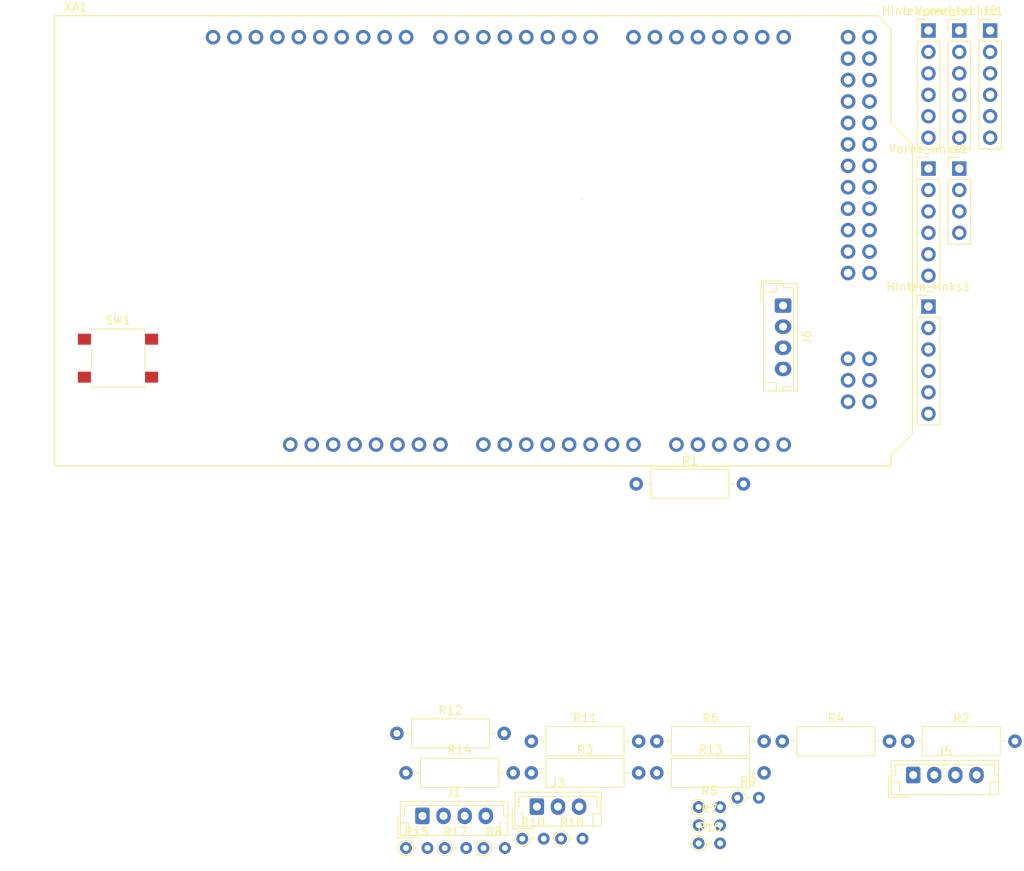
<source format=kicad_pcb>
(kicad_pcb (version 20171130) (host pcbnew 5.0.0)

  (general
    (thickness 1.6)
    (drawings 0)
    (tracks 0)
    (zones 0)
    (modules 30)
    (nets 92)
  )

  (page A4)
  (layers
    (0 F.Cu signal)
    (31 B.Cu signal)
    (32 B.Adhes user)
    (33 F.Adhes user)
    (34 B.Paste user)
    (35 F.Paste user)
    (36 B.SilkS user)
    (37 F.SilkS user)
    (38 B.Mask user)
    (39 F.Mask user)
    (40 Dwgs.User user)
    (41 Cmts.User user)
    (42 Eco1.User user)
    (43 Eco2.User user)
    (44 Edge.Cuts user)
    (45 Margin user)
    (46 B.CrtYd user)
    (47 F.CrtYd user)
    (48 B.Fab user)
    (49 F.Fab user)
  )

  (setup
    (last_trace_width 1)
    (trace_clearance 1)
    (zone_clearance 0.508)
    (zone_45_only no)
    (trace_min 0.2)
    (segment_width 0.2)
    (edge_width 0.15)
    (via_size 0.8)
    (via_drill 0.4)
    (via_min_size 0.4)
    (via_min_drill 0.3)
    (uvia_size 0.3)
    (uvia_drill 0.1)
    (uvias_allowed no)
    (uvia_min_size 0.2)
    (uvia_min_drill 0.1)
    (pcb_text_width 0.3)
    (pcb_text_size 1.5 1.5)
    (mod_edge_width 0.15)
    (mod_text_size 1 1)
    (mod_text_width 0.15)
    (pad_size 1.524 1.524)
    (pad_drill 0.762)
    (pad_to_mask_clearance 0.2)
    (aux_axis_origin 0 0)
    (visible_elements FFFFFF7F)
    (pcbplotparams
      (layerselection 0x010fc_ffffffff)
      (usegerberextensions false)
      (usegerberattributes false)
      (usegerberadvancedattributes false)
      (creategerberjobfile false)
      (excludeedgelayer true)
      (linewidth 0.100000)
      (plotframeref false)
      (viasonmask false)
      (mode 1)
      (useauxorigin false)
      (hpglpennumber 1)
      (hpglpenspeed 20)
      (hpglpendiameter 15.000000)
      (psnegative false)
      (psa4output false)
      (plotreference true)
      (plotvalue true)
      (plotinvisibletext false)
      (padsonsilk false)
      (subtractmaskfromsilk false)
      (outputformat 1)
      (mirror false)
      (drillshape 1)
      (scaleselection 1)
      (outputdirectory ""))
  )

  (net 0 "")
  (net 1 "Net-(J2-Pad1)")
  (net 2 "Net-(J2-Pad2)")
  (net 3 "Net-(J2-Pad3)")
  (net 4 "Net-(J2-Pad4)")
  (net 5 "Net-(J1-Pad2)")
  (net 6 "Net-(J1-Pad3)")
  (net 7 "Net-(SW1-Pad2)")
  (net 8 "Net-(XA1-PadVIN)")
  (net 9 "Net-(XA1-Pad3V3)")
  (net 10 "Net-(XA1-PadIORF)")
  (net 11 "Net-(XA1-PadD21)")
  (net 12 "Net-(XA1-PadD20)")
  (net 13 "Net-(XA1-PadD19)")
  (net 14 "Net-(XA1-PadD18)")
  (net 15 "Net-(XA1-PadD17)")
  (net 16 "Net-(XA1-PadD16)")
  (net 17 "Net-(XA1-PadD15)")
  (net 18 "Net-(XA1-PadD14)")
  (net 19 "Net-(XA1-PadD0)")
  (net 20 "Net-(XA1-PadD1)")
  (net 21 "Net-(XA1-PadSCL)")
  (net 22 "Net-(XA1-PadSDA)")
  (net 23 "Net-(XA1-PadAREF)")
  (net 24 "Net-(XA1-PadD13)")
  (net 25 "Net-(XA1-PadD12)")
  (net 26 "Net-(XA1-PadA10)")
  (net 27 "Net-(XA1-PadA11)")
  (net 28 "Net-(XA1-PadA12)")
  (net 29 "Net-(XA1-PadA13)")
  (net 30 "Net-(XA1-Pad5V3)")
  (net 31 "Net-(XA1-Pad5V4)")
  (net 32 "Net-(XA1-PadD22)")
  (net 33 "Net-(XA1-PadD23)")
  (net 34 "Net-(XA1-PadD24)")
  (net 35 "Net-(XA1-PadD25)")
  (net 36 "Net-(XA1-PadD26)")
  (net 37 "Net-(XA1-PadD27)")
  (net 38 "Net-(XA1-PadD28)")
  (net 39 "Net-(XA1-PadD29)")
  (net 40 "Net-(XA1-PadD30)")
  (net 41 "Net-(XA1-PadD31)")
  (net 42 "Net-(XA1-PadD32)")
  (net 43 "Net-(XA1-PadD33)")
  (net 44 "Net-(XA1-PadD34)")
  (net 45 "Net-(XA1-PadD35)")
  (net 46 "Net-(XA1-PadD36)")
  (net 47 "Net-(XA1-PadD37)")
  (net 48 "Net-(XA1-PadD38)")
  (net 49 "Net-(XA1-PadD39)")
  (net 50 "Net-(XA1-PadD40)")
  (net 51 "Net-(XA1-PadD41)")
  (net 52 "Net-(XA1-PadD42)")
  (net 53 "Net-(XA1-PadD43)")
  (net 54 "Net-(R5-Pad1)")
  (net 55 "Net-(J5-Pad2)")
  (net 56 "Net-(Hinten_rechts1-Pad6)")
  (net 57 "Net-(J4-Pad1)")
  (net 58 "Net-(J4-Pad4)")
  (net 59 "Net-(R1-Pad2)")
  (net 60 "Net-(R2-Pad2)")
  (net 61 "Net-(J4-Pad3)")
  (net 62 "Net-(J4-Pad2)")
  (net 63 "Net-(Hinten_links1-Pad6)")
  (net 64 "Net-(J5-Pad1)")
  (net 65 "Net-(Hinten_links1-Pad2)")
  (net 66 "Net-(Hinten_links1-Pad1)")
  (net 67 "Net-(Vorne_rechts1-Pad3)")
  (net 68 "Net-(Vorne_rechts1-Pad4)")
  (net 69 "Net-(Vorne_rechts1-Pad5)")
  (net 70 "Net-(Hinten_links1-Pad5)")
  (net 71 "Net-(Hinten_links1-Pad4)")
  (net 72 "Net-(Hinten_links1-Pad3)")
  (net 73 "Net-(Vorne_links1-Pad3)")
  (net 74 "Net-(Vorne_links1-Pad4)")
  (net 75 "Net-(Vorne_links1-Pad5)")
  (net 76 "Net-(Hinten_rechts1-Pad5)")
  (net 77 "Net-(Hinten_rechts1-Pad4)")
  (net 78 "Net-(Hinten_rechts1-Pad3)")
  (net 79 "Net-(J3-Pad1)")
  (net 80 "Net-(R13-Pad2)")
  (net 81 "Net-(R12-Pad2)")
  (net 82 "Net-(R11-Pad2)")
  (net 83 "Net-(R10-Pad1)")
  (net 84 "Net-(J6-Pad2)")
  (net 85 "Net-(R18-Pad1)")
  (net 86 "Net-(J6-Pad1)")
  (net 87 "Net-(J6-Pad3)")
  (net 88 "Net-(R17-Pad1)")
  (net 89 "Net-(R16-Pad1)")
  (net 90 "Net-(R15-Pad1)")
  (net 91 "Net-(J6-Pad4)")

  (net_class Default "This is the default net class."
    (clearance 1)
    (trace_width 1)
    (via_dia 0.8)
    (via_drill 0.4)
    (uvia_dia 0.3)
    (uvia_drill 0.1)
    (add_net "Net-(Hinten_links1-Pad1)")
    (add_net "Net-(Hinten_links1-Pad2)")
    (add_net "Net-(Hinten_links1-Pad3)")
    (add_net "Net-(Hinten_links1-Pad4)")
    (add_net "Net-(Hinten_links1-Pad5)")
    (add_net "Net-(Hinten_links1-Pad6)")
    (add_net "Net-(Hinten_rechts1-Pad3)")
    (add_net "Net-(Hinten_rechts1-Pad4)")
    (add_net "Net-(Hinten_rechts1-Pad5)")
    (add_net "Net-(Hinten_rechts1-Pad6)")
    (add_net "Net-(J1-Pad2)")
    (add_net "Net-(J1-Pad3)")
    (add_net "Net-(J2-Pad1)")
    (add_net "Net-(J2-Pad2)")
    (add_net "Net-(J2-Pad3)")
    (add_net "Net-(J2-Pad4)")
    (add_net "Net-(J3-Pad1)")
    (add_net "Net-(J4-Pad1)")
    (add_net "Net-(J4-Pad2)")
    (add_net "Net-(J4-Pad3)")
    (add_net "Net-(J4-Pad4)")
    (add_net "Net-(J5-Pad1)")
    (add_net "Net-(J5-Pad2)")
    (add_net "Net-(J6-Pad1)")
    (add_net "Net-(J6-Pad2)")
    (add_net "Net-(J6-Pad3)")
    (add_net "Net-(J6-Pad4)")
    (add_net "Net-(R1-Pad2)")
    (add_net "Net-(R10-Pad1)")
    (add_net "Net-(R11-Pad2)")
    (add_net "Net-(R12-Pad2)")
    (add_net "Net-(R13-Pad2)")
    (add_net "Net-(R15-Pad1)")
    (add_net "Net-(R16-Pad1)")
    (add_net "Net-(R17-Pad1)")
    (add_net "Net-(R18-Pad1)")
    (add_net "Net-(R2-Pad2)")
    (add_net "Net-(R5-Pad1)")
    (add_net "Net-(SW1-Pad2)")
    (add_net "Net-(Vorne_links1-Pad3)")
    (add_net "Net-(Vorne_links1-Pad4)")
    (add_net "Net-(Vorne_links1-Pad5)")
    (add_net "Net-(Vorne_rechts1-Pad3)")
    (add_net "Net-(Vorne_rechts1-Pad4)")
    (add_net "Net-(Vorne_rechts1-Pad5)")
    (add_net "Net-(XA1-Pad3V3)")
    (add_net "Net-(XA1-Pad5V3)")
    (add_net "Net-(XA1-Pad5V4)")
    (add_net "Net-(XA1-PadA10)")
    (add_net "Net-(XA1-PadA11)")
    (add_net "Net-(XA1-PadA12)")
    (add_net "Net-(XA1-PadA13)")
    (add_net "Net-(XA1-PadAREF)")
    (add_net "Net-(XA1-PadD0)")
    (add_net "Net-(XA1-PadD1)")
    (add_net "Net-(XA1-PadD12)")
    (add_net "Net-(XA1-PadD13)")
    (add_net "Net-(XA1-PadD14)")
    (add_net "Net-(XA1-PadD15)")
    (add_net "Net-(XA1-PadD16)")
    (add_net "Net-(XA1-PadD17)")
    (add_net "Net-(XA1-PadD18)")
    (add_net "Net-(XA1-PadD19)")
    (add_net "Net-(XA1-PadD20)")
    (add_net "Net-(XA1-PadD21)")
    (add_net "Net-(XA1-PadD22)")
    (add_net "Net-(XA1-PadD23)")
    (add_net "Net-(XA1-PadD24)")
    (add_net "Net-(XA1-PadD25)")
    (add_net "Net-(XA1-PadD26)")
    (add_net "Net-(XA1-PadD27)")
    (add_net "Net-(XA1-PadD28)")
    (add_net "Net-(XA1-PadD29)")
    (add_net "Net-(XA1-PadD30)")
    (add_net "Net-(XA1-PadD31)")
    (add_net "Net-(XA1-PadD32)")
    (add_net "Net-(XA1-PadD33)")
    (add_net "Net-(XA1-PadD34)")
    (add_net "Net-(XA1-PadD35)")
    (add_net "Net-(XA1-PadD36)")
    (add_net "Net-(XA1-PadD37)")
    (add_net "Net-(XA1-PadD38)")
    (add_net "Net-(XA1-PadD39)")
    (add_net "Net-(XA1-PadD40)")
    (add_net "Net-(XA1-PadD41)")
    (add_net "Net-(XA1-PadD42)")
    (add_net "Net-(XA1-PadD43)")
    (add_net "Net-(XA1-PadIORF)")
    (add_net "Net-(XA1-PadSCL)")
    (add_net "Net-(XA1-PadSDA)")
    (add_net "Net-(XA1-PadVIN)")
  )

  (module Arduino:Arduino_Mega2560_Shield (layer F.Cu) (tedit 5BB7DD79) (tstamp 5BCB4FCB)
    (at 83.895001 100.405001)
    (descr https://store.arduino.cc/arduino-mega-2560-rev3)
    (path /5BB7EBA8)
    (fp_text reference XA1 (at 2.54 -54.356) (layer F.SilkS)
      (effects (font (size 1 1) (thickness 0.15)))
    )
    (fp_text value Arduino_Mega2560_Shield (at 15.494 -54.356) (layer F.Fab)
      (effects (font (size 1 1) (thickness 0.15)))
    )
    (fp_line (start 9.525 -32.385) (end -6.35 -32.385) (layer B.CrtYd) (width 0.15))
    (fp_line (start 9.525 -43.815) (end -6.35 -43.815) (layer B.CrtYd) (width 0.15))
    (fp_line (start 9.525 -43.815) (end 9.525 -32.385) (layer B.CrtYd) (width 0.15))
    (fp_line (start -6.35 -43.815) (end -6.35 -32.385) (layer B.CrtYd) (width 0.15))
    (fp_text user . (at 62.484 -32.004) (layer F.SilkS)
      (effects (font (size 1 1) (thickness 0.15)))
    )
    (fp_line (start 11.43 -12.065) (end 11.43 -3.175) (layer B.CrtYd) (width 0.15))
    (fp_line (start -1.905 -3.175) (end 11.43 -3.175) (layer B.CrtYd) (width 0.15))
    (fp_line (start -1.905 -12.065) (end -1.905 -3.175) (layer B.CrtYd) (width 0.15))
    (fp_line (start -1.905 -12.065) (end 11.43 -12.065) (layer B.CrtYd) (width 0.15))
    (fp_line (start 0 -53.34) (end 0 0) (layer F.SilkS) (width 0.15))
    (fp_line (start 99.06 -40.64) (end 99.06 -51.816) (layer F.SilkS) (width 0.15))
    (fp_line (start 101.6 -38.1) (end 99.06 -40.64) (layer F.SilkS) (width 0.15))
    (fp_line (start 101.6 -3.81) (end 101.6 -38.1) (layer F.SilkS) (width 0.15))
    (fp_line (start 99.06 -1.27) (end 101.6 -3.81) (layer F.SilkS) (width 0.15))
    (fp_line (start 99.06 0) (end 99.06 -1.27) (layer F.SilkS) (width 0.15))
    (fp_line (start 97.536 -53.34) (end 99.06 -51.816) (layer F.SilkS) (width 0.15))
    (fp_line (start 0 0) (end 99.06 0) (layer F.SilkS) (width 0.15))
    (fp_line (start 0 -53.34) (end 97.536 -53.34) (layer F.SilkS) (width 0.15))
    (pad A0 thru_hole oval (at 50.8 -2.54) (size 1.7272 1.7272) (drill 1.016) (layers *.Cu *.Mask)
      (net 54 "Net-(R5-Pad1)"))
    (pad VIN thru_hole oval (at 45.72 -2.54) (size 1.7272 1.7272) (drill 1.016) (layers *.Cu *.Mask)
      (net 8 "Net-(XA1-PadVIN)"))
    (pad GND thru_hole oval (at 43.18 -2.54) (size 1.7272 1.7272) (drill 1.016) (layers *.Cu *.Mask)
      (net 66 "Net-(Hinten_links1-Pad1)"))
    (pad GND thru_hole oval (at 40.64 -2.54) (size 1.7272 1.7272) (drill 1.016) (layers *.Cu *.Mask)
      (net 66 "Net-(Hinten_links1-Pad1)"))
    (pad 5V1 thru_hole oval (at 38.1 -2.54) (size 1.7272 1.7272) (drill 1.016) (layers *.Cu *.Mask)
      (net 65 "Net-(Hinten_links1-Pad2)"))
    (pad 3V3 thru_hole oval (at 35.56 -2.54) (size 1.7272 1.7272) (drill 1.016) (layers *.Cu *.Mask)
      (net 9 "Net-(XA1-Pad3V3)"))
    (pad RST1 thru_hole oval (at 33.02 -2.54) (size 1.7272 1.7272) (drill 1.016) (layers *.Cu *.Mask)
      (net 7 "Net-(SW1-Pad2)"))
    (pad IORF thru_hole oval (at 30.48 -2.54) (size 1.7272 1.7272) (drill 1.016) (layers *.Cu *.Mask)
      (net 10 "Net-(XA1-PadIORF)"))
    (pad D21 thru_hole oval (at 86.36 -50.8) (size 1.7272 1.7272) (drill 1.016) (layers *.Cu *.Mask)
      (net 11 "Net-(XA1-PadD21)"))
    (pad D20 thru_hole oval (at 83.82 -50.8) (size 1.7272 1.7272) (drill 1.016) (layers *.Cu *.Mask)
      (net 12 "Net-(XA1-PadD20)"))
    (pad D19 thru_hole oval (at 81.28 -50.8) (size 1.7272 1.7272) (drill 1.016) (layers *.Cu *.Mask)
      (net 13 "Net-(XA1-PadD19)"))
    (pad D18 thru_hole oval (at 78.74 -50.8) (size 1.7272 1.7272) (drill 1.016) (layers *.Cu *.Mask)
      (net 14 "Net-(XA1-PadD18)"))
    (pad D17 thru_hole oval (at 76.2 -50.8) (size 1.7272 1.7272) (drill 1.016) (layers *.Cu *.Mask)
      (net 15 "Net-(XA1-PadD17)"))
    (pad D16 thru_hole oval (at 73.66 -50.8) (size 1.7272 1.7272) (drill 1.016) (layers *.Cu *.Mask)
      (net 16 "Net-(XA1-PadD16)"))
    (pad D15 thru_hole oval (at 71.12 -50.8) (size 1.7272 1.7272) (drill 1.016) (layers *.Cu *.Mask)
      (net 17 "Net-(XA1-PadD15)"))
    (pad D14 thru_hole oval (at 68.58 -50.8) (size 1.7272 1.7272) (drill 1.016) (layers *.Cu *.Mask)
      (net 18 "Net-(XA1-PadD14)"))
    (pad D0 thru_hole oval (at 63.5 -50.8) (size 1.7272 1.7272) (drill 1.016) (layers *.Cu *.Mask)
      (net 19 "Net-(XA1-PadD0)"))
    (pad D1 thru_hole oval (at 60.96 -50.8) (size 1.7272 1.7272) (drill 1.016) (layers *.Cu *.Mask)
      (net 20 "Net-(XA1-PadD1)"))
    (pad D2 thru_hole oval (at 58.42 -50.8) (size 1.7272 1.7272) (drill 1.016) (layers *.Cu *.Mask)
      (net 77 "Net-(Hinten_rechts1-Pad4)"))
    (pad D3 thru_hole oval (at 55.88 -50.8) (size 1.7272 1.7272) (drill 1.016) (layers *.Cu *.Mask)
      (net 78 "Net-(Hinten_rechts1-Pad3)"))
    (pad D4 thru_hole oval (at 53.34 -50.8) (size 1.7272 1.7272) (drill 1.016) (layers *.Cu *.Mask)
      (net 71 "Net-(Hinten_links1-Pad4)"))
    (pad D5 thru_hole oval (at 50.8 -50.8) (size 1.7272 1.7272) (drill 1.016) (layers *.Cu *.Mask)
      (net 72 "Net-(Hinten_links1-Pad3)"))
    (pad D6 thru_hole oval (at 48.26 -50.8) (size 1.7272 1.7272) (drill 1.016) (layers *.Cu *.Mask)
      (net 68 "Net-(Vorne_rechts1-Pad4)"))
    (pad D7 thru_hole oval (at 45.72 -50.8) (size 1.7272 1.7272) (drill 1.016) (layers *.Cu *.Mask)
      (net 67 "Net-(Vorne_rechts1-Pad3)"))
    (pad GND thru_hole oval (at 26.416 -50.8) (size 1.7272 1.7272) (drill 1.016) (layers *.Cu *.Mask)
      (net 66 "Net-(Hinten_links1-Pad1)"))
    (pad D8 thru_hole oval (at 41.656 -50.8) (size 1.7272 1.7272) (drill 1.016) (layers *.Cu *.Mask)
      (net 74 "Net-(Vorne_links1-Pad4)"))
    (pad D9 thru_hole oval (at 39.116 -50.8) (size 1.7272 1.7272) (drill 1.016) (layers *.Cu *.Mask)
      (net 73 "Net-(Vorne_links1-Pad3)"))
    (pad D10 thru_hole oval (at 36.576 -50.8) (size 1.7272 1.7272) (drill 1.016) (layers *.Cu *.Mask)
      (net 5 "Net-(J1-Pad2)"))
    (pad "" np_thru_hole circle (at 90.17 -50.8) (size 3.2 3.2) (drill 3.2) (layers *.Cu *.Mask))
    (pad "" np_thru_hole circle (at 15.24 -50.8) (size 3.2 3.2) (drill 3.2) (layers *.Cu *.Mask))
    (pad "" np_thru_hole circle (at 96.52 -2.54) (size 3.2 3.2) (drill 3.2) (layers *.Cu *.Mask))
    (pad "" np_thru_hole circle (at 13.97 -2.54) (size 3.2 3.2) (drill 3.2) (layers *.Cu *.Mask))
    (pad SCL thru_hole oval (at 18.796 -50.8) (size 1.7272 1.7272) (drill 1.016) (layers *.Cu *.Mask)
      (net 21 "Net-(XA1-PadSCL)"))
    (pad SDA thru_hole oval (at 21.336 -50.8) (size 1.7272 1.7272) (drill 1.016) (layers *.Cu *.Mask)
      (net 22 "Net-(XA1-PadSDA)"))
    (pad AREF thru_hole oval (at 23.876 -50.8) (size 1.7272 1.7272) (drill 1.016) (layers *.Cu *.Mask)
      (net 23 "Net-(XA1-PadAREF)"))
    (pad D13 thru_hole oval (at 28.956 -50.8) (size 1.7272 1.7272) (drill 1.016) (layers *.Cu *.Mask)
      (net 24 "Net-(XA1-PadD13)"))
    (pad D12 thru_hole oval (at 31.496 -50.8) (size 1.7272 1.7272) (drill 1.016) (layers *.Cu *.Mask)
      (net 25 "Net-(XA1-PadD12)"))
    (pad D11 thru_hole oval (at 34.036 -50.8) (size 1.7272 1.7272) (drill 1.016) (layers *.Cu *.Mask)
      (net 6 "Net-(J1-Pad3)"))
    (pad "" thru_hole oval (at 27.94 -2.54) (size 1.7272 1.7272) (drill 1.016) (layers *.Cu *.Mask))
    (pad A1 thru_hole oval (at 53.34 -2.54) (size 1.7272 1.7272) (drill 1.016) (layers *.Cu *.Mask)
      (net 64 "Net-(J5-Pad1)"))
    (pad A2 thru_hole oval (at 55.88 -2.54) (size 1.7272 1.7272) (drill 1.016) (layers *.Cu *.Mask)
      (net 58 "Net-(J4-Pad4)"))
    (pad A3 thru_hole oval (at 58.42 -2.54) (size 1.7272 1.7272) (drill 1.016) (layers *.Cu *.Mask)
      (net 61 "Net-(J4-Pad3)"))
    (pad A4 thru_hole oval (at 60.96 -2.54) (size 1.7272 1.7272) (drill 1.016) (layers *.Cu *.Mask)
      (net 62 "Net-(J4-Pad2)"))
    (pad A5 thru_hole oval (at 63.5 -2.54) (size 1.7272 1.7272) (drill 1.016) (layers *.Cu *.Mask)
      (net 57 "Net-(J4-Pad1)"))
    (pad A6 thru_hole oval (at 66.04 -2.54) (size 1.7272 1.7272) (drill 1.016) (layers *.Cu *.Mask)
      (net 90 "Net-(R15-Pad1)"))
    (pad A7 thru_hole oval (at 68.58 -2.54) (size 1.7272 1.7272) (drill 1.016) (layers *.Cu *.Mask)
      (net 89 "Net-(R16-Pad1)"))
    (pad A8 thru_hole oval (at 73.66 -2.54) (size 1.7272 1.7272) (drill 1.016) (layers *.Cu *.Mask)
      (net 88 "Net-(R17-Pad1)"))
    (pad A9 thru_hole oval (at 76.2 -2.54) (size 1.7272 1.7272) (drill 1.016) (layers *.Cu *.Mask)
      (net 85 "Net-(R18-Pad1)"))
    (pad A10 thru_hole oval (at 78.74 -2.54) (size 1.7272 1.7272) (drill 1.016) (layers *.Cu *.Mask)
      (net 26 "Net-(XA1-PadA10)"))
    (pad A11 thru_hole oval (at 81.28 -2.54) (size 1.7272 1.7272) (drill 1.016) (layers *.Cu *.Mask)
      (net 27 "Net-(XA1-PadA11)"))
    (pad A12 thru_hole oval (at 83.82 -2.54) (size 1.7272 1.7272) (drill 1.016) (layers *.Cu *.Mask)
      (net 28 "Net-(XA1-PadA12)"))
    (pad A13 thru_hole oval (at 86.36 -2.54) (size 1.7272 1.7272) (drill 1.016) (layers *.Cu *.Mask)
      (net 29 "Net-(XA1-PadA13)"))
    (pad 5V3 thru_hole oval (at 93.98 -50.8) (size 1.7272 1.7272) (drill 1.016) (layers *.Cu *.Mask)
      (net 30 "Net-(XA1-Pad5V3)"))
    (pad 5V4 thru_hole oval (at 96.52 -50.8) (size 1.7272 1.7272) (drill 1.016) (layers *.Cu *.Mask)
      (net 31 "Net-(XA1-Pad5V4)"))
    (pad D22 thru_hole oval (at 93.98 -48.26) (size 1.7272 1.7272) (drill 1.016) (layers *.Cu *.Mask)
      (net 32 "Net-(XA1-PadD22)"))
    (pad D23 thru_hole oval (at 96.52 -48.26) (size 1.7272 1.7272) (drill 1.016) (layers *.Cu *.Mask)
      (net 33 "Net-(XA1-PadD23)"))
    (pad D24 thru_hole oval (at 93.98 -45.72) (size 1.7272 1.7272) (drill 1.016) (layers *.Cu *.Mask)
      (net 34 "Net-(XA1-PadD24)"))
    (pad D25 thru_hole oval (at 96.52 -45.72) (size 1.7272 1.7272) (drill 1.016) (layers *.Cu *.Mask)
      (net 35 "Net-(XA1-PadD25)"))
    (pad D26 thru_hole oval (at 93.98 -43.18) (size 1.7272 1.7272) (drill 1.016) (layers *.Cu *.Mask)
      (net 36 "Net-(XA1-PadD26)"))
    (pad D27 thru_hole oval (at 96.52 -43.18) (size 1.7272 1.7272) (drill 1.016) (layers *.Cu *.Mask)
      (net 37 "Net-(XA1-PadD27)"))
    (pad D28 thru_hole oval (at 93.98 -40.64) (size 1.7272 1.7272) (drill 1.016) (layers *.Cu *.Mask)
      (net 38 "Net-(XA1-PadD28)"))
    (pad D29 thru_hole oval (at 96.52 -40.64) (size 1.7272 1.7272) (drill 1.016) (layers *.Cu *.Mask)
      (net 39 "Net-(XA1-PadD29)"))
    (pad D30 thru_hole oval (at 93.98 -38.1) (size 1.7272 1.7272) (drill 1.016) (layers *.Cu *.Mask)
      (net 40 "Net-(XA1-PadD30)"))
    (pad D31 thru_hole oval (at 96.52 -38.1) (size 1.7272 1.7272) (drill 1.016) (layers *.Cu *.Mask)
      (net 41 "Net-(XA1-PadD31)"))
    (pad D32 thru_hole oval (at 93.98 -35.56) (size 1.7272 1.7272) (drill 1.016) (layers *.Cu *.Mask)
      (net 42 "Net-(XA1-PadD32)"))
    (pad D33 thru_hole oval (at 96.52 -35.56) (size 1.7272 1.7272) (drill 1.016) (layers *.Cu *.Mask)
      (net 43 "Net-(XA1-PadD33)"))
    (pad D34 thru_hole oval (at 93.98 -33.02) (size 1.7272 1.7272) (drill 1.016) (layers *.Cu *.Mask)
      (net 44 "Net-(XA1-PadD34)"))
    (pad D35 thru_hole oval (at 96.52 -33.02) (size 1.7272 1.7272) (drill 1.016) (layers *.Cu *.Mask)
      (net 45 "Net-(XA1-PadD35)"))
    (pad D36 thru_hole oval (at 93.98 -30.48) (size 1.7272 1.7272) (drill 1.016) (layers *.Cu *.Mask)
      (net 46 "Net-(XA1-PadD36)"))
    (pad D37 thru_hole oval (at 96.52 -30.48) (size 1.7272 1.7272) (drill 1.016) (layers *.Cu *.Mask)
      (net 47 "Net-(XA1-PadD37)"))
    (pad D38 thru_hole oval (at 93.98 -27.94) (size 1.7272 1.7272) (drill 1.016) (layers *.Cu *.Mask)
      (net 48 "Net-(XA1-PadD38)"))
    (pad D39 thru_hole oval (at 96.52 -27.94) (size 1.7272 1.7272) (drill 1.016) (layers *.Cu *.Mask)
      (net 49 "Net-(XA1-PadD39)"))
    (pad D40 thru_hole oval (at 93.98 -25.4) (size 1.7272 1.7272) (drill 1.016) (layers *.Cu *.Mask)
      (net 50 "Net-(XA1-PadD40)"))
    (pad D41 thru_hole oval (at 96.52 -25.4) (size 1.7272 1.7272) (drill 1.016) (layers *.Cu *.Mask)
      (net 51 "Net-(XA1-PadD41)"))
    (pad D42 thru_hole oval (at 93.98 -22.86) (size 1.7272 1.7272) (drill 1.016) (layers *.Cu *.Mask)
      (net 52 "Net-(XA1-PadD42)"))
    (pad D43 thru_hole oval (at 96.52 -22.86) (size 1.7272 1.7272) (drill 1.016) (layers *.Cu *.Mask)
      (net 53 "Net-(XA1-PadD43)"))
    (pad D50 thru_hole oval (at 93.98 -12.7) (size 1.7272 1.7272) (drill 1.016) (layers *.Cu *.Mask)
      (net 1 "Net-(J2-Pad1)"))
    (pad D51 thru_hole oval (at 96.52 -12.7) (size 1.7272 1.7272) (drill 1.016) (layers *.Cu *.Mask)
      (net 2 "Net-(J2-Pad2)"))
    (pad D52 thru_hole oval (at 93.98 -10.16) (size 1.7272 1.7272) (drill 1.016) (layers *.Cu *.Mask)
      (net 3 "Net-(J2-Pad3)"))
    (pad D53 thru_hole oval (at 96.52 -10.16) (size 1.7272 1.7272) (drill 1.016) (layers *.Cu *.Mask)
      (net 4 "Net-(J2-Pad4)"))
    (pad GND thru_hole oval (at 93.98 -7.62) (size 1.7272 1.7272) (drill 1.016) (layers *.Cu *.Mask)
      (net 66 "Net-(Hinten_links1-Pad1)"))
    (pad GND thru_hole oval (at 96.52 -7.62) (size 1.7272 1.7272) (drill 1.016) (layers *.Cu *.Mask)
      (net 66 "Net-(Hinten_links1-Pad1)"))
  )

  (module Button_Switch_SMD:SW_SPST_B3S-1000 (layer F.Cu) (tedit 5A02FC95) (tstamp 5BCB4F63)
    (at 91.44 87.63)
    (descr "Surface Mount Tactile Switch for High-Density Packaging")
    (tags "Tactile Switch")
    (path /5BB7D413)
    (attr smd)
    (fp_text reference SW1 (at 0 -4.5) (layer F.SilkS)
      (effects (font (size 1 1) (thickness 0.15)))
    )
    (fp_text value SW_Push (at 0 4.5) (layer F.Fab)
      (effects (font (size 1 1) (thickness 0.15)))
    )
    (fp_text user %R (at 0 -4.5) (layer F.Fab)
      (effects (font (size 1 1) (thickness 0.15)))
    )
    (fp_line (start -5 3.7) (end 5 3.7) (layer F.CrtYd) (width 0.05))
    (fp_line (start 5 3.7) (end 5 -3.7) (layer F.CrtYd) (width 0.05))
    (fp_line (start 5 -3.7) (end -5 -3.7) (layer F.CrtYd) (width 0.05))
    (fp_line (start -5 -3.7) (end -5 3.7) (layer F.CrtYd) (width 0.05))
    (fp_line (start -3.15 -3.2) (end -3.15 -3.45) (layer F.SilkS) (width 0.12))
    (fp_line (start -3.15 -3.45) (end 3.15 -3.45) (layer F.SilkS) (width 0.12))
    (fp_line (start 3.15 -3.45) (end 3.15 -3.2) (layer F.SilkS) (width 0.12))
    (fp_line (start -3.15 1.3) (end -3.15 -1.3) (layer F.SilkS) (width 0.12))
    (fp_line (start 3.15 3.2) (end 3.15 3.45) (layer F.SilkS) (width 0.12))
    (fp_line (start 3.15 3.45) (end -3.15 3.45) (layer F.SilkS) (width 0.12))
    (fp_line (start -3.15 3.45) (end -3.15 3.2) (layer F.SilkS) (width 0.12))
    (fp_line (start 3.15 -1.3) (end 3.15 1.3) (layer F.SilkS) (width 0.12))
    (fp_circle (center 0 0) (end 1.65 0) (layer F.Fab) (width 0.1))
    (fp_line (start -3 -3.3) (end 3 -3.3) (layer F.Fab) (width 0.1))
    (fp_line (start 3 -3.3) (end 3 3.3) (layer F.Fab) (width 0.1))
    (fp_line (start 3 3.3) (end -3 3.3) (layer F.Fab) (width 0.1))
    (fp_line (start -3 3.3) (end -3 -3.3) (layer F.Fab) (width 0.1))
    (pad 1 smd rect (at -3.975 -2.25) (size 1.55 1.3) (layers F.Cu F.Paste F.Mask)
      (net 66 "Net-(Hinten_links1-Pad1)"))
    (pad 1 smd rect (at 3.975 -2.25) (size 1.55 1.3) (layers F.Cu F.Paste F.Mask)
      (net 66 "Net-(Hinten_links1-Pad1)"))
    (pad 2 smd rect (at -3.975 2.25) (size 1.55 1.3) (layers F.Cu F.Paste F.Mask)
      (net 7 "Net-(SW1-Pad2)"))
    (pad 2 smd rect (at 3.975 2.25) (size 1.55 1.3) (layers F.Cu F.Paste F.Mask)
      (net 7 "Net-(SW1-Pad2)"))
    (model ${KISYS3DMOD}/Button_Switch_SMD.3dshapes/SW_SPST_B3S-1000.wrl
      (at (xyz 0 0 0))
      (scale (xyz 1 1 1))
      (rotate (xyz 0 0 0))
    )
  )

  (module Connector_JST:JST_EH_B03B-EH-A_1x03_P2.50mm_Vertical (layer F.Cu) (tedit 5B772AC7) (tstamp 5BCB4F49)
    (at 141.035001 140.755001)
    (descr "JST EH series connector, B03B-EH-A (http://www.jst-mfg.com/product/pdf/eng/eEH.pdf), generated with kicad-footprint-generator")
    (tags "connector JST EH side entry")
    (path /5BBE531C)
    (fp_text reference J3 (at 2.5 -2.8) (layer F.SilkS)
      (effects (font (size 1 1) (thickness 0.15)))
    )
    (fp_text value 5VIN (at 2.5 3.4) (layer F.Fab)
      (effects (font (size 1 1) (thickness 0.15)))
    )
    (fp_line (start -2.5 -1.6) (end -2.5 2.2) (layer F.Fab) (width 0.1))
    (fp_line (start -2.5 2.2) (end 7.5 2.2) (layer F.Fab) (width 0.1))
    (fp_line (start 7.5 2.2) (end 7.5 -1.6) (layer F.Fab) (width 0.1))
    (fp_line (start 7.5 -1.6) (end -2.5 -1.6) (layer F.Fab) (width 0.1))
    (fp_line (start -3 -2.1) (end -3 2.7) (layer F.CrtYd) (width 0.05))
    (fp_line (start -3 2.7) (end 8 2.7) (layer F.CrtYd) (width 0.05))
    (fp_line (start 8 2.7) (end 8 -2.1) (layer F.CrtYd) (width 0.05))
    (fp_line (start 8 -2.1) (end -3 -2.1) (layer F.CrtYd) (width 0.05))
    (fp_line (start -2.61 -1.71) (end -2.61 2.31) (layer F.SilkS) (width 0.12))
    (fp_line (start -2.61 2.31) (end 7.61 2.31) (layer F.SilkS) (width 0.12))
    (fp_line (start 7.61 2.31) (end 7.61 -1.71) (layer F.SilkS) (width 0.12))
    (fp_line (start 7.61 -1.71) (end -2.61 -1.71) (layer F.SilkS) (width 0.12))
    (fp_line (start -2.61 0) (end -2.11 0) (layer F.SilkS) (width 0.12))
    (fp_line (start -2.11 0) (end -2.11 -1.21) (layer F.SilkS) (width 0.12))
    (fp_line (start -2.11 -1.21) (end 7.11 -1.21) (layer F.SilkS) (width 0.12))
    (fp_line (start 7.11 -1.21) (end 7.11 0) (layer F.SilkS) (width 0.12))
    (fp_line (start 7.11 0) (end 7.61 0) (layer F.SilkS) (width 0.12))
    (fp_line (start -2.61 0.81) (end -1.61 0.81) (layer F.SilkS) (width 0.12))
    (fp_line (start -1.61 0.81) (end -1.61 2.31) (layer F.SilkS) (width 0.12))
    (fp_line (start 7.61 0.81) (end 6.61 0.81) (layer F.SilkS) (width 0.12))
    (fp_line (start 6.61 0.81) (end 6.61 2.31) (layer F.SilkS) (width 0.12))
    (fp_line (start -2.91 0.11) (end -2.91 2.61) (layer F.SilkS) (width 0.12))
    (fp_line (start -2.91 2.61) (end -0.41 2.61) (layer F.SilkS) (width 0.12))
    (fp_line (start -2.91 0.11) (end -2.91 2.61) (layer F.Fab) (width 0.1))
    (fp_line (start -2.91 2.61) (end -0.41 2.61) (layer F.Fab) (width 0.1))
    (fp_text user %R (at 2.5 1.5) (layer F.Fab)
      (effects (font (size 1 1) (thickness 0.15)))
    )
    (pad 1 thru_hole roundrect (at 0 0) (size 1.7 1.95) (drill 0.95) (layers *.Cu *.Mask) (roundrect_rratio 0.147059)
      (net 79 "Net-(J3-Pad1)"))
    (pad 2 thru_hole oval (at 2.5 0) (size 1.7 1.95) (drill 0.95) (layers *.Cu *.Mask)
      (net 66 "Net-(Hinten_links1-Pad1)"))
    (pad 3 thru_hole oval (at 5 0) (size 1.7 1.95) (drill 0.95) (layers *.Cu *.Mask)
      (net 65 "Net-(Hinten_links1-Pad2)"))
    (model ${KISYS3DMOD}/Connector_JST.3dshapes/JST_EH_B03B-EH-A_1x03_P2.50mm_Vertical.wrl
      (at (xyz 0 0 0))
      (scale (xyz 1 1 1))
      (rotate (xyz 0 0 0))
    )
  )

  (module Connector_JST:JST_EH_B04B-EH-A_1x04_P2.50mm_Vertical (layer F.Cu) (tedit 5B772AC7) (tstamp 5BCB4F28)
    (at 127.485001 141.855001)
    (descr "JST EH series connector, B04B-EH-A (http://www.jst-mfg.com/product/pdf/eng/eEH.pdf), generated with kicad-footprint-generator")
    (tags "connector JST EH side entry")
    (path /5BB80B10)
    (fp_text reference J1 (at 3.75 -2.8) (layer F.SilkS)
      (effects (font (size 1 1) (thickness 0.15)))
    )
    (fp_text value LED (at 3.75 3.4) (layer F.Fab)
      (effects (font (size 1 1) (thickness 0.15)))
    )
    (fp_line (start -2.5 -1.6) (end -2.5 2.2) (layer F.Fab) (width 0.1))
    (fp_line (start -2.5 2.2) (end 10 2.2) (layer F.Fab) (width 0.1))
    (fp_line (start 10 2.2) (end 10 -1.6) (layer F.Fab) (width 0.1))
    (fp_line (start 10 -1.6) (end -2.5 -1.6) (layer F.Fab) (width 0.1))
    (fp_line (start -3 -2.1) (end -3 2.7) (layer F.CrtYd) (width 0.05))
    (fp_line (start -3 2.7) (end 10.5 2.7) (layer F.CrtYd) (width 0.05))
    (fp_line (start 10.5 2.7) (end 10.5 -2.1) (layer F.CrtYd) (width 0.05))
    (fp_line (start 10.5 -2.1) (end -3 -2.1) (layer F.CrtYd) (width 0.05))
    (fp_line (start -2.61 -1.71) (end -2.61 2.31) (layer F.SilkS) (width 0.12))
    (fp_line (start -2.61 2.31) (end 10.11 2.31) (layer F.SilkS) (width 0.12))
    (fp_line (start 10.11 2.31) (end 10.11 -1.71) (layer F.SilkS) (width 0.12))
    (fp_line (start 10.11 -1.71) (end -2.61 -1.71) (layer F.SilkS) (width 0.12))
    (fp_line (start -2.61 0) (end -2.11 0) (layer F.SilkS) (width 0.12))
    (fp_line (start -2.11 0) (end -2.11 -1.21) (layer F.SilkS) (width 0.12))
    (fp_line (start -2.11 -1.21) (end 9.61 -1.21) (layer F.SilkS) (width 0.12))
    (fp_line (start 9.61 -1.21) (end 9.61 0) (layer F.SilkS) (width 0.12))
    (fp_line (start 9.61 0) (end 10.11 0) (layer F.SilkS) (width 0.12))
    (fp_line (start -2.61 0.81) (end -1.61 0.81) (layer F.SilkS) (width 0.12))
    (fp_line (start -1.61 0.81) (end -1.61 2.31) (layer F.SilkS) (width 0.12))
    (fp_line (start 10.11 0.81) (end 9.11 0.81) (layer F.SilkS) (width 0.12))
    (fp_line (start 9.11 0.81) (end 9.11 2.31) (layer F.SilkS) (width 0.12))
    (fp_line (start -2.91 0.11) (end -2.91 2.61) (layer F.SilkS) (width 0.12))
    (fp_line (start -2.91 2.61) (end -0.41 2.61) (layer F.SilkS) (width 0.12))
    (fp_line (start -2.91 0.11) (end -2.91 2.61) (layer F.Fab) (width 0.1))
    (fp_line (start -2.91 2.61) (end -0.41 2.61) (layer F.Fab) (width 0.1))
    (fp_text user %R (at 3.75 1.5) (layer F.Fab)
      (effects (font (size 1 1) (thickness 0.15)))
    )
    (pad 1 thru_hole roundrect (at 0 0) (size 1.7 1.95) (drill 0.95) (layers *.Cu *.Mask) (roundrect_rratio 0.147059)
      (net 65 "Net-(Hinten_links1-Pad2)"))
    (pad 2 thru_hole oval (at 2.5 0) (size 1.7 1.95) (drill 0.95) (layers *.Cu *.Mask)
      (net 5 "Net-(J1-Pad2)"))
    (pad 3 thru_hole oval (at 5 0) (size 1.7 1.95) (drill 0.95) (layers *.Cu *.Mask)
      (net 6 "Net-(J1-Pad3)"))
    (pad 4 thru_hole oval (at 7.5 0) (size 1.7 1.95) (drill 0.95) (layers *.Cu *.Mask)
      (net 66 "Net-(Hinten_links1-Pad1)"))
    (model ${KISYS3DMOD}/Connector_JST.3dshapes/JST_EH_B04B-EH-A_1x04_P2.50mm_Vertical.wrl
      (at (xyz 0 0 0))
      (scale (xyz 1 1 1))
      (rotate (xyz 0 0 0))
    )
  )

  (module Connector_JST:JST_EH_B04B-EH-A_1x04_P2.50mm_Vertical (layer F.Cu) (tedit 5B772AC7) (tstamp 5BCB4F06)
    (at 185.585001 137.005001)
    (descr "JST EH series connector, B04B-EH-A (http://www.jst-mfg.com/product/pdf/eng/eEH.pdf), generated with kicad-footprint-generator")
    (tags "connector JST EH side entry")
    (path /5BB7F576)
    (fp_text reference J5 (at 3.75 -2.8) (layer F.SilkS)
      (effects (font (size 1 1) (thickness 0.15)))
    )
    (fp_text value OneWire (at 3.75 3.4) (layer F.Fab)
      (effects (font (size 1 1) (thickness 0.15)))
    )
    (fp_text user %R (at 3.75 1.5) (layer F.Fab)
      (effects (font (size 1 1) (thickness 0.15)))
    )
    (fp_line (start -2.91 2.61) (end -0.41 2.61) (layer F.Fab) (width 0.1))
    (fp_line (start -2.91 0.11) (end -2.91 2.61) (layer F.Fab) (width 0.1))
    (fp_line (start -2.91 2.61) (end -0.41 2.61) (layer F.SilkS) (width 0.12))
    (fp_line (start -2.91 0.11) (end -2.91 2.61) (layer F.SilkS) (width 0.12))
    (fp_line (start 9.11 0.81) (end 9.11 2.31) (layer F.SilkS) (width 0.12))
    (fp_line (start 10.11 0.81) (end 9.11 0.81) (layer F.SilkS) (width 0.12))
    (fp_line (start -1.61 0.81) (end -1.61 2.31) (layer F.SilkS) (width 0.12))
    (fp_line (start -2.61 0.81) (end -1.61 0.81) (layer F.SilkS) (width 0.12))
    (fp_line (start 9.61 0) (end 10.11 0) (layer F.SilkS) (width 0.12))
    (fp_line (start 9.61 -1.21) (end 9.61 0) (layer F.SilkS) (width 0.12))
    (fp_line (start -2.11 -1.21) (end 9.61 -1.21) (layer F.SilkS) (width 0.12))
    (fp_line (start -2.11 0) (end -2.11 -1.21) (layer F.SilkS) (width 0.12))
    (fp_line (start -2.61 0) (end -2.11 0) (layer F.SilkS) (width 0.12))
    (fp_line (start 10.11 -1.71) (end -2.61 -1.71) (layer F.SilkS) (width 0.12))
    (fp_line (start 10.11 2.31) (end 10.11 -1.71) (layer F.SilkS) (width 0.12))
    (fp_line (start -2.61 2.31) (end 10.11 2.31) (layer F.SilkS) (width 0.12))
    (fp_line (start -2.61 -1.71) (end -2.61 2.31) (layer F.SilkS) (width 0.12))
    (fp_line (start 10.5 -2.1) (end -3 -2.1) (layer F.CrtYd) (width 0.05))
    (fp_line (start 10.5 2.7) (end 10.5 -2.1) (layer F.CrtYd) (width 0.05))
    (fp_line (start -3 2.7) (end 10.5 2.7) (layer F.CrtYd) (width 0.05))
    (fp_line (start -3 -2.1) (end -3 2.7) (layer F.CrtYd) (width 0.05))
    (fp_line (start 10 -1.6) (end -2.5 -1.6) (layer F.Fab) (width 0.1))
    (fp_line (start 10 2.2) (end 10 -1.6) (layer F.Fab) (width 0.1))
    (fp_line (start -2.5 2.2) (end 10 2.2) (layer F.Fab) (width 0.1))
    (fp_line (start -2.5 -1.6) (end -2.5 2.2) (layer F.Fab) (width 0.1))
    (pad 4 thru_hole oval (at 7.5 0) (size 1.7 1.95) (drill 0.95) (layers *.Cu *.Mask)
      (net 66 "Net-(Hinten_links1-Pad1)"))
    (pad 3 thru_hole oval (at 5 0) (size 1.7 1.95) (drill 0.95) (layers *.Cu *.Mask)
      (net 66 "Net-(Hinten_links1-Pad1)"))
    (pad 2 thru_hole oval (at 2.5 0) (size 1.7 1.95) (drill 0.95) (layers *.Cu *.Mask)
      (net 55 "Net-(J5-Pad2)"))
    (pad 1 thru_hole roundrect (at 0 0) (size 1.7 1.95) (drill 0.95) (layers *.Cu *.Mask) (roundrect_rratio 0.147059)
      (net 64 "Net-(J5-Pad1)"))
    (model ${KISYS3DMOD}/Connector_JST.3dshapes/JST_EH_B04B-EH-A_1x04_P2.50mm_Vertical.wrl
      (at (xyz 0 0 0))
      (scale (xyz 1 1 1))
      (rotate (xyz 0 0 0))
    )
  )

  (module Connector_JST:JST_EH_B04B-EH-A_1x04_P2.50mm_Vertical (layer F.Cu) (tedit 5B772AC7) (tstamp 5BCB4EE4)
    (at 170.18 81.4 270)
    (descr "JST EH series connector, B04B-EH-A (http://www.jst-mfg.com/product/pdf/eng/eEH.pdf), generated with kicad-footprint-generator")
    (tags "connector JST EH side entry")
    (path /5BD2D1DF)
    (fp_text reference J6 (at 3.75 -2.8 270) (layer F.SilkS)
      (effects (font (size 1 1) (thickness 0.15)))
    )
    (fp_text value Conn_01x04 (at 3.75 3.4 270) (layer F.Fab)
      (effects (font (size 1 1) (thickness 0.15)))
    )
    (fp_line (start -2.5 -1.6) (end -2.5 2.2) (layer F.Fab) (width 0.1))
    (fp_line (start -2.5 2.2) (end 10 2.2) (layer F.Fab) (width 0.1))
    (fp_line (start 10 2.2) (end 10 -1.6) (layer F.Fab) (width 0.1))
    (fp_line (start 10 -1.6) (end -2.5 -1.6) (layer F.Fab) (width 0.1))
    (fp_line (start -3 -2.1) (end -3 2.7) (layer F.CrtYd) (width 0.05))
    (fp_line (start -3 2.7) (end 10.5 2.7) (layer F.CrtYd) (width 0.05))
    (fp_line (start 10.5 2.7) (end 10.5 -2.1) (layer F.CrtYd) (width 0.05))
    (fp_line (start 10.5 -2.1) (end -3 -2.1) (layer F.CrtYd) (width 0.05))
    (fp_line (start -2.61 -1.71) (end -2.61 2.31) (layer F.SilkS) (width 0.12))
    (fp_line (start -2.61 2.31) (end 10.11 2.31) (layer F.SilkS) (width 0.12))
    (fp_line (start 10.11 2.31) (end 10.11 -1.71) (layer F.SilkS) (width 0.12))
    (fp_line (start 10.11 -1.71) (end -2.61 -1.71) (layer F.SilkS) (width 0.12))
    (fp_line (start -2.61 0) (end -2.11 0) (layer F.SilkS) (width 0.12))
    (fp_line (start -2.11 0) (end -2.11 -1.21) (layer F.SilkS) (width 0.12))
    (fp_line (start -2.11 -1.21) (end 9.61 -1.21) (layer F.SilkS) (width 0.12))
    (fp_line (start 9.61 -1.21) (end 9.61 0) (layer F.SilkS) (width 0.12))
    (fp_line (start 9.61 0) (end 10.11 0) (layer F.SilkS) (width 0.12))
    (fp_line (start -2.61 0.81) (end -1.61 0.81) (layer F.SilkS) (width 0.12))
    (fp_line (start -1.61 0.81) (end -1.61 2.31) (layer F.SilkS) (width 0.12))
    (fp_line (start 10.11 0.81) (end 9.11 0.81) (layer F.SilkS) (width 0.12))
    (fp_line (start 9.11 0.81) (end 9.11 2.31) (layer F.SilkS) (width 0.12))
    (fp_line (start -2.91 0.11) (end -2.91 2.61) (layer F.SilkS) (width 0.12))
    (fp_line (start -2.91 2.61) (end -0.41 2.61) (layer F.SilkS) (width 0.12))
    (fp_line (start -2.91 0.11) (end -2.91 2.61) (layer F.Fab) (width 0.1))
    (fp_line (start -2.91 2.61) (end -0.41 2.61) (layer F.Fab) (width 0.1))
    (fp_text user %R (at 3.75 1.5 270) (layer F.Fab)
      (effects (font (size 1 1) (thickness 0.15)))
    )
    (pad 1 thru_hole roundrect (at 0 0 270) (size 1.7 1.95) (drill 0.95) (layers *.Cu *.Mask) (roundrect_rratio 0.147059)
      (net 86 "Net-(J6-Pad1)"))
    (pad 2 thru_hole oval (at 2.5 0 270) (size 1.7 1.95) (drill 0.95) (layers *.Cu *.Mask)
      (net 84 "Net-(J6-Pad2)"))
    (pad 3 thru_hole oval (at 5 0 270) (size 1.7 1.95) (drill 0.95) (layers *.Cu *.Mask)
      (net 87 "Net-(J6-Pad3)"))
    (pad 4 thru_hole oval (at 7.5 0 270) (size 1.7 1.95) (drill 0.95) (layers *.Cu *.Mask)
      (net 91 "Net-(J6-Pad4)"))
    (model ${KISYS3DMOD}/Connector_JST.3dshapes/JST_EH_B04B-EH-A_1x04_P2.50mm_Vertical.wrl
      (at (xyz 0 0 0))
      (scale (xyz 1 1 1))
      (rotate (xyz 0 0 0))
    )
  )

  (module Connector_PinHeader_2.54mm:PinHeader_1x04_P2.54mm_Vertical (layer F.Cu) (tedit 59FED5CC) (tstamp 5BCB4EC2)
    (at 191.045001 65.165001)
    (descr "Through hole straight pin header, 1x04, 2.54mm pitch, single row")
    (tags "Through hole pin header THT 1x04 2.54mm single row")
    (path /5BB7E5BD)
    (fp_text reference J4 (at 0 -2.33) (layer F.SilkS)
      (effects (font (size 1 1) (thickness 0.15)))
    )
    (fp_text value Analog_Motor (at 0 9.95) (layer F.Fab)
      (effects (font (size 1 1) (thickness 0.15)))
    )
    (fp_line (start -0.635 -1.27) (end 1.27 -1.27) (layer F.Fab) (width 0.1))
    (fp_line (start 1.27 -1.27) (end 1.27 8.89) (layer F.Fab) (width 0.1))
    (fp_line (start 1.27 8.89) (end -1.27 8.89) (layer F.Fab) (width 0.1))
    (fp_line (start -1.27 8.89) (end -1.27 -0.635) (layer F.Fab) (width 0.1))
    (fp_line (start -1.27 -0.635) (end -0.635 -1.27) (layer F.Fab) (width 0.1))
    (fp_line (start -1.33 8.95) (end 1.33 8.95) (layer F.SilkS) (width 0.12))
    (fp_line (start -1.33 1.27) (end -1.33 8.95) (layer F.SilkS) (width 0.12))
    (fp_line (start 1.33 1.27) (end 1.33 8.95) (layer F.SilkS) (width 0.12))
    (fp_line (start -1.33 1.27) (end 1.33 1.27) (layer F.SilkS) (width 0.12))
    (fp_line (start -1.33 0) (end -1.33 -1.33) (layer F.SilkS) (width 0.12))
    (fp_line (start -1.33 -1.33) (end 0 -1.33) (layer F.SilkS) (width 0.12))
    (fp_line (start -1.8 -1.8) (end -1.8 9.4) (layer F.CrtYd) (width 0.05))
    (fp_line (start -1.8 9.4) (end 1.8 9.4) (layer F.CrtYd) (width 0.05))
    (fp_line (start 1.8 9.4) (end 1.8 -1.8) (layer F.CrtYd) (width 0.05))
    (fp_line (start 1.8 -1.8) (end -1.8 -1.8) (layer F.CrtYd) (width 0.05))
    (fp_text user %R (at 0 3.81 90) (layer F.Fab)
      (effects (font (size 1 1) (thickness 0.15)))
    )
    (pad 1 thru_hole rect (at 0 0) (size 1.7 1.7) (drill 1) (layers *.Cu *.Mask)
      (net 57 "Net-(J4-Pad1)"))
    (pad 2 thru_hole oval (at 0 2.54) (size 1.7 1.7) (drill 1) (layers *.Cu *.Mask)
      (net 62 "Net-(J4-Pad2)"))
    (pad 3 thru_hole oval (at 0 5.08) (size 1.7 1.7) (drill 1) (layers *.Cu *.Mask)
      (net 61 "Net-(J4-Pad3)"))
    (pad 4 thru_hole oval (at 0 7.62) (size 1.7 1.7) (drill 1) (layers *.Cu *.Mask)
      (net 58 "Net-(J4-Pad4)"))
    (model ${KISYS3DMOD}/Connector_PinHeader_2.54mm.3dshapes/PinHeader_1x04_P2.54mm_Vertical.wrl
      (at (xyz 0 0 0))
      (scale (xyz 1 1 1))
      (rotate (xyz 0 0 0))
    )
  )

  (module Connector_PinHeader_2.54mm:PinHeader_1x06_P2.54mm_Vertical (layer F.Cu) (tedit 59FED5CC) (tstamp 5BCB4EAA)
    (at 187.395001 48.815001)
    (descr "Through hole straight pin header, 1x06, 2.54mm pitch, single row")
    (tags "Through hole pin header THT 1x06 2.54mm single row")
    (path /5BB8C992)
    (fp_text reference Hinten_rechts1 (at 0 -2.33) (layer F.SilkS)
      (effects (font (size 1 1) (thickness 0.15)))
    )
    (fp_text value MCP4725 (at 0 15.03) (layer F.Fab)
      (effects (font (size 1 1) (thickness 0.15)))
    )
    (fp_line (start -0.635 -1.27) (end 1.27 -1.27) (layer F.Fab) (width 0.1))
    (fp_line (start 1.27 -1.27) (end 1.27 13.97) (layer F.Fab) (width 0.1))
    (fp_line (start 1.27 13.97) (end -1.27 13.97) (layer F.Fab) (width 0.1))
    (fp_line (start -1.27 13.97) (end -1.27 -0.635) (layer F.Fab) (width 0.1))
    (fp_line (start -1.27 -0.635) (end -0.635 -1.27) (layer F.Fab) (width 0.1))
    (fp_line (start -1.33 14.03) (end 1.33 14.03) (layer F.SilkS) (width 0.12))
    (fp_line (start -1.33 1.27) (end -1.33 14.03) (layer F.SilkS) (width 0.12))
    (fp_line (start 1.33 1.27) (end 1.33 14.03) (layer F.SilkS) (width 0.12))
    (fp_line (start -1.33 1.27) (end 1.33 1.27) (layer F.SilkS) (width 0.12))
    (fp_line (start -1.33 0) (end -1.33 -1.33) (layer F.SilkS) (width 0.12))
    (fp_line (start -1.33 -1.33) (end 0 -1.33) (layer F.SilkS) (width 0.12))
    (fp_line (start -1.8 -1.8) (end -1.8 14.5) (layer F.CrtYd) (width 0.05))
    (fp_line (start -1.8 14.5) (end 1.8 14.5) (layer F.CrtYd) (width 0.05))
    (fp_line (start 1.8 14.5) (end 1.8 -1.8) (layer F.CrtYd) (width 0.05))
    (fp_line (start 1.8 -1.8) (end -1.8 -1.8) (layer F.CrtYd) (width 0.05))
    (fp_text user %R (at 0 6.35 90) (layer F.Fab)
      (effects (font (size 1 1) (thickness 0.15)))
    )
    (pad 1 thru_hole rect (at 0 0) (size 1.7 1.7) (drill 1) (layers *.Cu *.Mask)
      (net 66 "Net-(Hinten_links1-Pad1)"))
    (pad 2 thru_hole oval (at 0 2.54) (size 1.7 1.7) (drill 1) (layers *.Cu *.Mask)
      (net 65 "Net-(Hinten_links1-Pad2)"))
    (pad 3 thru_hole oval (at 0 5.08) (size 1.7 1.7) (drill 1) (layers *.Cu *.Mask)
      (net 78 "Net-(Hinten_rechts1-Pad3)"))
    (pad 4 thru_hole oval (at 0 7.62) (size 1.7 1.7) (drill 1) (layers *.Cu *.Mask)
      (net 77 "Net-(Hinten_rechts1-Pad4)"))
    (pad 5 thru_hole oval (at 0 10.16) (size 1.7 1.7) (drill 1) (layers *.Cu *.Mask)
      (net 76 "Net-(Hinten_rechts1-Pad5)"))
    (pad 6 thru_hole oval (at 0 12.7) (size 1.7 1.7) (drill 1) (layers *.Cu *.Mask)
      (net 56 "Net-(Hinten_rechts1-Pad6)"))
    (model ${KISYS3DMOD}/Connector_PinHeader_2.54mm.3dshapes/PinHeader_1x06_P2.54mm_Vertical.wrl
      (at (xyz 0 0 0))
      (scale (xyz 1 1 1))
      (rotate (xyz 0 0 0))
    )
  )

  (module Connector_PinHeader_2.54mm:PinHeader_1x06_P2.54mm_Vertical (layer F.Cu) (tedit 59FED5CC) (tstamp 5BCB4E90)
    (at 187.395001 65.165001)
    (descr "Through hole straight pin header, 1x06, 2.54mm pitch, single row")
    (tags "Through hole pin header THT 1x06 2.54mm single row")
    (path /5BB8C41D)
    (fp_text reference Vorne_links1 (at 0 -2.33) (layer F.SilkS)
      (effects (font (size 1 1) (thickness 0.15)))
    )
    (fp_text value MCP4725 (at 0 15.03) (layer F.Fab)
      (effects (font (size 1 1) (thickness 0.15)))
    )
    (fp_text user %R (at 0 6.35 90) (layer F.Fab)
      (effects (font (size 1 1) (thickness 0.15)))
    )
    (fp_line (start 1.8 -1.8) (end -1.8 -1.8) (layer F.CrtYd) (width 0.05))
    (fp_line (start 1.8 14.5) (end 1.8 -1.8) (layer F.CrtYd) (width 0.05))
    (fp_line (start -1.8 14.5) (end 1.8 14.5) (layer F.CrtYd) (width 0.05))
    (fp_line (start -1.8 -1.8) (end -1.8 14.5) (layer F.CrtYd) (width 0.05))
    (fp_line (start -1.33 -1.33) (end 0 -1.33) (layer F.SilkS) (width 0.12))
    (fp_line (start -1.33 0) (end -1.33 -1.33) (layer F.SilkS) (width 0.12))
    (fp_line (start -1.33 1.27) (end 1.33 1.27) (layer F.SilkS) (width 0.12))
    (fp_line (start 1.33 1.27) (end 1.33 14.03) (layer F.SilkS) (width 0.12))
    (fp_line (start -1.33 1.27) (end -1.33 14.03) (layer F.SilkS) (width 0.12))
    (fp_line (start -1.33 14.03) (end 1.33 14.03) (layer F.SilkS) (width 0.12))
    (fp_line (start -1.27 -0.635) (end -0.635 -1.27) (layer F.Fab) (width 0.1))
    (fp_line (start -1.27 13.97) (end -1.27 -0.635) (layer F.Fab) (width 0.1))
    (fp_line (start 1.27 13.97) (end -1.27 13.97) (layer F.Fab) (width 0.1))
    (fp_line (start 1.27 -1.27) (end 1.27 13.97) (layer F.Fab) (width 0.1))
    (fp_line (start -0.635 -1.27) (end 1.27 -1.27) (layer F.Fab) (width 0.1))
    (pad 6 thru_hole oval (at 0 12.7) (size 1.7 1.7) (drill 1) (layers *.Cu *.Mask)
      (net 59 "Net-(R1-Pad2)"))
    (pad 5 thru_hole oval (at 0 10.16) (size 1.7 1.7) (drill 1) (layers *.Cu *.Mask)
      (net 75 "Net-(Vorne_links1-Pad5)"))
    (pad 4 thru_hole oval (at 0 7.62) (size 1.7 1.7) (drill 1) (layers *.Cu *.Mask)
      (net 74 "Net-(Vorne_links1-Pad4)"))
    (pad 3 thru_hole oval (at 0 5.08) (size 1.7 1.7) (drill 1) (layers *.Cu *.Mask)
      (net 73 "Net-(Vorne_links1-Pad3)"))
    (pad 2 thru_hole oval (at 0 2.54) (size 1.7 1.7) (drill 1) (layers *.Cu *.Mask)
      (net 65 "Net-(Hinten_links1-Pad2)"))
    (pad 1 thru_hole rect (at 0 0) (size 1.7 1.7) (drill 1) (layers *.Cu *.Mask)
      (net 66 "Net-(Hinten_links1-Pad1)"))
    (model ${KISYS3DMOD}/Connector_PinHeader_2.54mm.3dshapes/PinHeader_1x06_P2.54mm_Vertical.wrl
      (at (xyz 0 0 0))
      (scale (xyz 1 1 1))
      (rotate (xyz 0 0 0))
    )
  )

  (module Connector_PinHeader_2.54mm:PinHeader_1x06_P2.54mm_Vertical (layer F.Cu) (tedit 59FED5CC) (tstamp 5BCB4E76)
    (at 191.045001 48.815001)
    (descr "Through hole straight pin header, 1x06, 2.54mm pitch, single row")
    (tags "Through hole pin header THT 1x06 2.54mm single row")
    (path /5BB8C793)
    (fp_text reference Vorne_rechts1 (at 0 -2.33) (layer F.SilkS)
      (effects (font (size 1 1) (thickness 0.15)))
    )
    (fp_text value MCP4725 (at 0 15.03) (layer F.Fab)
      (effects (font (size 1 1) (thickness 0.15)))
    )
    (fp_line (start -0.635 -1.27) (end 1.27 -1.27) (layer F.Fab) (width 0.1))
    (fp_line (start 1.27 -1.27) (end 1.27 13.97) (layer F.Fab) (width 0.1))
    (fp_line (start 1.27 13.97) (end -1.27 13.97) (layer F.Fab) (width 0.1))
    (fp_line (start -1.27 13.97) (end -1.27 -0.635) (layer F.Fab) (width 0.1))
    (fp_line (start -1.27 -0.635) (end -0.635 -1.27) (layer F.Fab) (width 0.1))
    (fp_line (start -1.33 14.03) (end 1.33 14.03) (layer F.SilkS) (width 0.12))
    (fp_line (start -1.33 1.27) (end -1.33 14.03) (layer F.SilkS) (width 0.12))
    (fp_line (start 1.33 1.27) (end 1.33 14.03) (layer F.SilkS) (width 0.12))
    (fp_line (start -1.33 1.27) (end 1.33 1.27) (layer F.SilkS) (width 0.12))
    (fp_line (start -1.33 0) (end -1.33 -1.33) (layer F.SilkS) (width 0.12))
    (fp_line (start -1.33 -1.33) (end 0 -1.33) (layer F.SilkS) (width 0.12))
    (fp_line (start -1.8 -1.8) (end -1.8 14.5) (layer F.CrtYd) (width 0.05))
    (fp_line (start -1.8 14.5) (end 1.8 14.5) (layer F.CrtYd) (width 0.05))
    (fp_line (start 1.8 14.5) (end 1.8 -1.8) (layer F.CrtYd) (width 0.05))
    (fp_line (start 1.8 -1.8) (end -1.8 -1.8) (layer F.CrtYd) (width 0.05))
    (fp_text user %R (at 0 6.35 90) (layer F.Fab)
      (effects (font (size 1 1) (thickness 0.15)))
    )
    (pad 1 thru_hole rect (at 0 0) (size 1.7 1.7) (drill 1) (layers *.Cu *.Mask)
      (net 66 "Net-(Hinten_links1-Pad1)"))
    (pad 2 thru_hole oval (at 0 2.54) (size 1.7 1.7) (drill 1) (layers *.Cu *.Mask)
      (net 65 "Net-(Hinten_links1-Pad2)"))
    (pad 3 thru_hole oval (at 0 5.08) (size 1.7 1.7) (drill 1) (layers *.Cu *.Mask)
      (net 67 "Net-(Vorne_rechts1-Pad3)"))
    (pad 4 thru_hole oval (at 0 7.62) (size 1.7 1.7) (drill 1) (layers *.Cu *.Mask)
      (net 68 "Net-(Vorne_rechts1-Pad4)"))
    (pad 5 thru_hole oval (at 0 10.16) (size 1.7 1.7) (drill 1) (layers *.Cu *.Mask)
      (net 69 "Net-(Vorne_rechts1-Pad5)"))
    (pad 6 thru_hole oval (at 0 12.7) (size 1.7 1.7) (drill 1) (layers *.Cu *.Mask)
      (net 60 "Net-(R2-Pad2)"))
    (model ${KISYS3DMOD}/Connector_PinHeader_2.54mm.3dshapes/PinHeader_1x06_P2.54mm_Vertical.wrl
      (at (xyz 0 0 0))
      (scale (xyz 1 1 1))
      (rotate (xyz 0 0 0))
    )
  )

  (module Connector_PinHeader_2.54mm:PinHeader_1x06_P2.54mm_Vertical (layer F.Cu) (tedit 59FED5CC) (tstamp 5BCB4E5C)
    (at 187.395001 81.515001)
    (descr "Through hole straight pin header, 1x06, 2.54mm pitch, single row")
    (tags "Through hole pin header THT 1x06 2.54mm single row")
    (path /5BB8C852)
    (fp_text reference Hinten_links1 (at 0 -2.33) (layer F.SilkS)
      (effects (font (size 1 1) (thickness 0.15)))
    )
    (fp_text value MCP4725 (at 0 15.03) (layer F.Fab)
      (effects (font (size 1 1) (thickness 0.15)))
    )
    (fp_text user %R (at 0 6.35 90) (layer F.Fab)
      (effects (font (size 1 1) (thickness 0.15)))
    )
    (fp_line (start 1.8 -1.8) (end -1.8 -1.8) (layer F.CrtYd) (width 0.05))
    (fp_line (start 1.8 14.5) (end 1.8 -1.8) (layer F.CrtYd) (width 0.05))
    (fp_line (start -1.8 14.5) (end 1.8 14.5) (layer F.CrtYd) (width 0.05))
    (fp_line (start -1.8 -1.8) (end -1.8 14.5) (layer F.CrtYd) (width 0.05))
    (fp_line (start -1.33 -1.33) (end 0 -1.33) (layer F.SilkS) (width 0.12))
    (fp_line (start -1.33 0) (end -1.33 -1.33) (layer F.SilkS) (width 0.12))
    (fp_line (start -1.33 1.27) (end 1.33 1.27) (layer F.SilkS) (width 0.12))
    (fp_line (start 1.33 1.27) (end 1.33 14.03) (layer F.SilkS) (width 0.12))
    (fp_line (start -1.33 1.27) (end -1.33 14.03) (layer F.SilkS) (width 0.12))
    (fp_line (start -1.33 14.03) (end 1.33 14.03) (layer F.SilkS) (width 0.12))
    (fp_line (start -1.27 -0.635) (end -0.635 -1.27) (layer F.Fab) (width 0.1))
    (fp_line (start -1.27 13.97) (end -1.27 -0.635) (layer F.Fab) (width 0.1))
    (fp_line (start 1.27 13.97) (end -1.27 13.97) (layer F.Fab) (width 0.1))
    (fp_line (start 1.27 -1.27) (end 1.27 13.97) (layer F.Fab) (width 0.1))
    (fp_line (start -0.635 -1.27) (end 1.27 -1.27) (layer F.Fab) (width 0.1))
    (pad 6 thru_hole oval (at 0 12.7) (size 1.7 1.7) (drill 1) (layers *.Cu *.Mask)
      (net 63 "Net-(Hinten_links1-Pad6)"))
    (pad 5 thru_hole oval (at 0 10.16) (size 1.7 1.7) (drill 1) (layers *.Cu *.Mask)
      (net 70 "Net-(Hinten_links1-Pad5)"))
    (pad 4 thru_hole oval (at 0 7.62) (size 1.7 1.7) (drill 1) (layers *.Cu *.Mask)
      (net 71 "Net-(Hinten_links1-Pad4)"))
    (pad 3 thru_hole oval (at 0 5.08) (size 1.7 1.7) (drill 1) (layers *.Cu *.Mask)
      (net 72 "Net-(Hinten_links1-Pad3)"))
    (pad 2 thru_hole oval (at 0 2.54) (size 1.7 1.7) (drill 1) (layers *.Cu *.Mask)
      (net 65 "Net-(Hinten_links1-Pad2)"))
    (pad 1 thru_hole rect (at 0 0) (size 1.7 1.7) (drill 1) (layers *.Cu *.Mask)
      (net 66 "Net-(Hinten_links1-Pad1)"))
    (model ${KISYS3DMOD}/Connector_PinHeader_2.54mm.3dshapes/PinHeader_1x06_P2.54mm_Vertical.wrl
      (at (xyz 0 0 0))
      (scale (xyz 1 1 1))
      (rotate (xyz 0 0 0))
    )
  )

  (module Connector_PinHeader_2.54mm:PinHeader_1x06_P2.54mm_Vertical (layer F.Cu) (tedit 59FED5CC) (tstamp 5BCB4E42)
    (at 194.695001 48.815001)
    (descr "Through hole straight pin header, 1x06, 2.54mm pitch, single row")
    (tags "Through hole pin header THT 1x06 2.54mm single row")
    (path /5BB7E71D)
    (fp_text reference J2 (at 0 -2.33) (layer F.SilkS)
      (effects (font (size 1 1) (thickness 0.15)))
    )
    (fp_text value Receiver (at 0 15.03) (layer F.Fab)
      (effects (font (size 1 1) (thickness 0.15)))
    )
    (fp_line (start -0.635 -1.27) (end 1.27 -1.27) (layer F.Fab) (width 0.1))
    (fp_line (start 1.27 -1.27) (end 1.27 13.97) (layer F.Fab) (width 0.1))
    (fp_line (start 1.27 13.97) (end -1.27 13.97) (layer F.Fab) (width 0.1))
    (fp_line (start -1.27 13.97) (end -1.27 -0.635) (layer F.Fab) (width 0.1))
    (fp_line (start -1.27 -0.635) (end -0.635 -1.27) (layer F.Fab) (width 0.1))
    (fp_line (start -1.33 14.03) (end 1.33 14.03) (layer F.SilkS) (width 0.12))
    (fp_line (start -1.33 1.27) (end -1.33 14.03) (layer F.SilkS) (width 0.12))
    (fp_line (start 1.33 1.27) (end 1.33 14.03) (layer F.SilkS) (width 0.12))
    (fp_line (start -1.33 1.27) (end 1.33 1.27) (layer F.SilkS) (width 0.12))
    (fp_line (start -1.33 0) (end -1.33 -1.33) (layer F.SilkS) (width 0.12))
    (fp_line (start -1.33 -1.33) (end 0 -1.33) (layer F.SilkS) (width 0.12))
    (fp_line (start -1.8 -1.8) (end -1.8 14.5) (layer F.CrtYd) (width 0.05))
    (fp_line (start -1.8 14.5) (end 1.8 14.5) (layer F.CrtYd) (width 0.05))
    (fp_line (start 1.8 14.5) (end 1.8 -1.8) (layer F.CrtYd) (width 0.05))
    (fp_line (start 1.8 -1.8) (end -1.8 -1.8) (layer F.CrtYd) (width 0.05))
    (fp_text user %R (at 0 6.35 90) (layer F.Fab)
      (effects (font (size 1 1) (thickness 0.15)))
    )
    (pad 1 thru_hole rect (at 0 0) (size 1.7 1.7) (drill 1) (layers *.Cu *.Mask)
      (net 1 "Net-(J2-Pad1)"))
    (pad 2 thru_hole oval (at 0 2.54) (size 1.7 1.7) (drill 1) (layers *.Cu *.Mask)
      (net 2 "Net-(J2-Pad2)"))
    (pad 3 thru_hole oval (at 0 5.08) (size 1.7 1.7) (drill 1) (layers *.Cu *.Mask)
      (net 3 "Net-(J2-Pad3)"))
    (pad 4 thru_hole oval (at 0 7.62) (size 1.7 1.7) (drill 1) (layers *.Cu *.Mask)
      (net 4 "Net-(J2-Pad4)"))
    (pad 5 thru_hole oval (at 0 10.16) (size 1.7 1.7) (drill 1) (layers *.Cu *.Mask)
      (net 65 "Net-(Hinten_links1-Pad2)"))
    (pad 6 thru_hole oval (at 0 12.7) (size 1.7 1.7) (drill 1) (layers *.Cu *.Mask)
      (net 66 "Net-(Hinten_links1-Pad1)"))
    (model ${KISYS3DMOD}/Connector_PinHeader_2.54mm.3dshapes/PinHeader_1x06_P2.54mm_Vertical.wrl
      (at (xyz 0 0 0))
      (scale (xyz 1 1 1))
      (rotate (xyz 0 0 0))
    )
  )

  (module Resistor_THT:R_Axial_DIN0204_L3.6mm_D1.6mm_P2.54mm_Vertical (layer F.Cu) (tedit 5AE5139B) (tstamp 5BCB4E28)
    (at 160.185001 142.955001)
    (descr "Resistor, Axial_DIN0204 series, Axial, Vertical, pin pitch=2.54mm, 0.167W, length*diameter=3.6*1.6mm^2, http://cdn-reichelt.de/documents/datenblatt/B400/1_4W%23YAG.pdf")
    (tags "Resistor Axial_DIN0204 series Axial Vertical pin pitch 2.54mm 0.167W length 3.6mm diameter 1.6mm")
    (path /5BD32A4E)
    (fp_text reference R7 (at 1.27 -1.92) (layer F.SilkS)
      (effects (font (size 1 1) (thickness 0.15)))
    )
    (fp_text value R30k (at 1.27 1.92) (layer F.Fab)
      (effects (font (size 1 1) (thickness 0.15)))
    )
    (fp_circle (center 0 0) (end 0.8 0) (layer F.Fab) (width 0.1))
    (fp_circle (center 0 0) (end 0.92 0) (layer F.SilkS) (width 0.12))
    (fp_line (start 0 0) (end 2.54 0) (layer F.Fab) (width 0.1))
    (fp_line (start 0.92 0) (end 1.54 0) (layer F.SilkS) (width 0.12))
    (fp_line (start -1.05 -1.05) (end -1.05 1.05) (layer F.CrtYd) (width 0.05))
    (fp_line (start -1.05 1.05) (end 3.49 1.05) (layer F.CrtYd) (width 0.05))
    (fp_line (start 3.49 1.05) (end 3.49 -1.05) (layer F.CrtYd) (width 0.05))
    (fp_line (start 3.49 -1.05) (end -1.05 -1.05) (layer F.CrtYd) (width 0.05))
    (fp_text user %R (at 1.27 -1.92) (layer F.Fab)
      (effects (font (size 1 1) (thickness 0.15)))
    )
    (pad 1 thru_hole circle (at 0 0) (size 1.4 1.4) (drill 0.7) (layers *.Cu *.Mask)
      (net 82 "Net-(R11-Pad2)"))
    (pad 2 thru_hole oval (at 2.54 0) (size 1.4 1.4) (drill 0.7) (layers *.Cu *.Mask)
      (net 91 "Net-(J6-Pad4)"))
    (model ${KISYS3DMOD}/Resistor_THT.3dshapes/R_Axial_DIN0204_L3.6mm_D1.6mm_P2.54mm_Vertical.wrl
      (at (xyz 0 0 0))
      (scale (xyz 1 1 1))
      (rotate (xyz 0 0 0))
    )
  )

  (module Resistor_THT:R_Axial_DIN0204_L3.6mm_D1.6mm_P2.54mm_Vertical (layer F.Cu) (tedit 5AE5139B) (tstamp 5BCB4E19)
    (at 125.535001 145.655001)
    (descr "Resistor, Axial_DIN0204 series, Axial, Vertical, pin pitch=2.54mm, 0.167W, length*diameter=3.6*1.6mm^2, http://cdn-reichelt.de/documents/datenblatt/B400/1_4W%23YAG.pdf")
    (tags "Resistor Axial_DIN0204 series Axial Vertical pin pitch 2.54mm 0.167W length 3.6mm diameter 1.6mm")
    (path /5BD32B64)
    (fp_text reference R15 (at 1.27 -1.92) (layer F.SilkS)
      (effects (font (size 1 1) (thickness 0.15)))
    )
    (fp_text value R4k7 (at 1.27 1.92) (layer F.Fab)
      (effects (font (size 1 1) (thickness 0.15)))
    )
    (fp_text user %R (at 1.27 -1.92) (layer F.Fab)
      (effects (font (size 1 1) (thickness 0.15)))
    )
    (fp_line (start 3.49 -1.05) (end -1.05 -1.05) (layer F.CrtYd) (width 0.05))
    (fp_line (start 3.49 1.05) (end 3.49 -1.05) (layer F.CrtYd) (width 0.05))
    (fp_line (start -1.05 1.05) (end 3.49 1.05) (layer F.CrtYd) (width 0.05))
    (fp_line (start -1.05 -1.05) (end -1.05 1.05) (layer F.CrtYd) (width 0.05))
    (fp_line (start 0.92 0) (end 1.54 0) (layer F.SilkS) (width 0.12))
    (fp_line (start 0 0) (end 2.54 0) (layer F.Fab) (width 0.1))
    (fp_circle (center 0 0) (end 0.92 0) (layer F.SilkS) (width 0.12))
    (fp_circle (center 0 0) (end 0.8 0) (layer F.Fab) (width 0.1))
    (pad 2 thru_hole oval (at 2.54 0) (size 1.4 1.4) (drill 0.7) (layers *.Cu *.Mask)
      (net 82 "Net-(R11-Pad2)"))
    (pad 1 thru_hole circle (at 0 0) (size 1.4 1.4) (drill 0.7) (layers *.Cu *.Mask)
      (net 90 "Net-(R15-Pad1)"))
    (model ${KISYS3DMOD}/Resistor_THT.3dshapes/R_Axial_DIN0204_L3.6mm_D1.6mm_P2.54mm_Vertical.wrl
      (at (xyz 0 0 0))
      (scale (xyz 1 1 1))
      (rotate (xyz 0 0 0))
    )
  )

  (module Resistor_THT:R_Axial_DIN0204_L3.6mm_D1.6mm_P2.54mm_Vertical (layer F.Cu) (tedit 5AE5139B) (tstamp 5BCB4E0A)
    (at 160.185001 145.105001)
    (descr "Resistor, Axial_DIN0204 series, Axial, Vertical, pin pitch=2.54mm, 0.167W, length*diameter=3.6*1.6mm^2, http://cdn-reichelt.de/documents/datenblatt/B400/1_4W%23YAG.pdf")
    (tags "Resistor Axial_DIN0204 series Axial Vertical pin pitch 2.54mm 0.167W length 3.6mm diameter 1.6mm")
    (path /5BD4DE20)
    (fp_text reference R16 (at 1.27 -1.92) (layer F.SilkS)
      (effects (font (size 1 1) (thickness 0.15)))
    )
    (fp_text value R4k7 (at 1.27 1.92) (layer F.Fab)
      (effects (font (size 1 1) (thickness 0.15)))
    )
    (fp_circle (center 0 0) (end 0.8 0) (layer F.Fab) (width 0.1))
    (fp_circle (center 0 0) (end 0.92 0) (layer F.SilkS) (width 0.12))
    (fp_line (start 0 0) (end 2.54 0) (layer F.Fab) (width 0.1))
    (fp_line (start 0.92 0) (end 1.54 0) (layer F.SilkS) (width 0.12))
    (fp_line (start -1.05 -1.05) (end -1.05 1.05) (layer F.CrtYd) (width 0.05))
    (fp_line (start -1.05 1.05) (end 3.49 1.05) (layer F.CrtYd) (width 0.05))
    (fp_line (start 3.49 1.05) (end 3.49 -1.05) (layer F.CrtYd) (width 0.05))
    (fp_line (start 3.49 -1.05) (end -1.05 -1.05) (layer F.CrtYd) (width 0.05))
    (fp_text user %R (at 1.27 -1.92) (layer F.Fab)
      (effects (font (size 1 1) (thickness 0.15)))
    )
    (pad 1 thru_hole circle (at 0 0) (size 1.4 1.4) (drill 0.7) (layers *.Cu *.Mask)
      (net 89 "Net-(R16-Pad1)"))
    (pad 2 thru_hole oval (at 2.54 0) (size 1.4 1.4) (drill 0.7) (layers *.Cu *.Mask)
      (net 81 "Net-(R12-Pad2)"))
    (model ${KISYS3DMOD}/Resistor_THT.3dshapes/R_Axial_DIN0204_L3.6mm_D1.6mm_P2.54mm_Vertical.wrl
      (at (xyz 0 0 0))
      (scale (xyz 1 1 1))
      (rotate (xyz 0 0 0))
    )
  )

  (module Resistor_THT:R_Axial_DIN0204_L3.6mm_D1.6mm_P2.54mm_Vertical (layer F.Cu) (tedit 5AE5139B) (tstamp 5BCB4DFB)
    (at 160.185001 140.805001)
    (descr "Resistor, Axial_DIN0204 series, Axial, Vertical, pin pitch=2.54mm, 0.167W, length*diameter=3.6*1.6mm^2, http://cdn-reichelt.de/documents/datenblatt/B400/1_4W%23YAG.pdf")
    (tags "Resistor Axial_DIN0204 series Axial Vertical pin pitch 2.54mm 0.167W length 3.6mm diameter 1.6mm")
    (path /5BBD15F0)
    (fp_text reference R5 (at 1.27 -1.92) (layer F.SilkS)
      (effects (font (size 1 1) (thickness 0.15)))
    )
    (fp_text value R215 (at 1.27 1.92) (layer F.Fab)
      (effects (font (size 1 1) (thickness 0.15)))
    )
    (fp_text user %R (at 1.27 -1.92) (layer F.Fab)
      (effects (font (size 1 1) (thickness 0.15)))
    )
    (fp_line (start 3.49 -1.05) (end -1.05 -1.05) (layer F.CrtYd) (width 0.05))
    (fp_line (start 3.49 1.05) (end 3.49 -1.05) (layer F.CrtYd) (width 0.05))
    (fp_line (start -1.05 1.05) (end 3.49 1.05) (layer F.CrtYd) (width 0.05))
    (fp_line (start -1.05 -1.05) (end -1.05 1.05) (layer F.CrtYd) (width 0.05))
    (fp_line (start 0.92 0) (end 1.54 0) (layer F.SilkS) (width 0.12))
    (fp_line (start 0 0) (end 2.54 0) (layer F.Fab) (width 0.1))
    (fp_circle (center 0 0) (end 0.92 0) (layer F.SilkS) (width 0.12))
    (fp_circle (center 0 0) (end 0.8 0) (layer F.Fab) (width 0.1))
    (pad 2 thru_hole oval (at 2.54 0) (size 1.4 1.4) (drill 0.7) (layers *.Cu *.Mask)
      (net 55 "Net-(J5-Pad2)"))
    (pad 1 thru_hole circle (at 0 0) (size 1.4 1.4) (drill 0.7) (layers *.Cu *.Mask)
      (net 54 "Net-(R5-Pad1)"))
    (model ${KISYS3DMOD}/Resistor_THT.3dshapes/R_Axial_DIN0204_L3.6mm_D1.6mm_P2.54mm_Vertical.wrl
      (at (xyz 0 0 0))
      (scale (xyz 1 1 1))
      (rotate (xyz 0 0 0))
    )
  )

  (module Resistor_THT:R_Axial_DIN0204_L3.6mm_D1.6mm_P2.54mm_Vertical (layer F.Cu) (tedit 5AE5139B) (tstamp 5BCB4DEC)
    (at 130.125001 145.655001)
    (descr "Resistor, Axial_DIN0204 series, Axial, Vertical, pin pitch=2.54mm, 0.167W, length*diameter=3.6*1.6mm^2, http://cdn-reichelt.de/documents/datenblatt/B400/1_4W%23YAG.pdf")
    (tags "Resistor Axial_DIN0204 series Axial Vertical pin pitch 2.54mm 0.167W length 3.6mm diameter 1.6mm")
    (path /5BD4DE60)
    (fp_text reference R17 (at 1.27 -1.92) (layer F.SilkS)
      (effects (font (size 1 1) (thickness 0.15)))
    )
    (fp_text value R4k7 (at 1.27 1.92) (layer F.Fab)
      (effects (font (size 1 1) (thickness 0.15)))
    )
    (fp_circle (center 0 0) (end 0.8 0) (layer F.Fab) (width 0.1))
    (fp_circle (center 0 0) (end 0.92 0) (layer F.SilkS) (width 0.12))
    (fp_line (start 0 0) (end 2.54 0) (layer F.Fab) (width 0.1))
    (fp_line (start 0.92 0) (end 1.54 0) (layer F.SilkS) (width 0.12))
    (fp_line (start -1.05 -1.05) (end -1.05 1.05) (layer F.CrtYd) (width 0.05))
    (fp_line (start -1.05 1.05) (end 3.49 1.05) (layer F.CrtYd) (width 0.05))
    (fp_line (start 3.49 1.05) (end 3.49 -1.05) (layer F.CrtYd) (width 0.05))
    (fp_line (start 3.49 -1.05) (end -1.05 -1.05) (layer F.CrtYd) (width 0.05))
    (fp_text user %R (at 1.27 -1.92) (layer F.Fab)
      (effects (font (size 1 1) (thickness 0.15)))
    )
    (pad 1 thru_hole circle (at 0 0) (size 1.4 1.4) (drill 0.7) (layers *.Cu *.Mask)
      (net 88 "Net-(R17-Pad1)"))
    (pad 2 thru_hole oval (at 2.54 0) (size 1.4 1.4) (drill 0.7) (layers *.Cu *.Mask)
      (net 80 "Net-(R13-Pad2)"))
    (model ${KISYS3DMOD}/Resistor_THT.3dshapes/R_Axial_DIN0204_L3.6mm_D1.6mm_P2.54mm_Vertical.wrl
      (at (xyz 0 0 0))
      (scale (xyz 1 1 1))
      (rotate (xyz 0 0 0))
    )
  )

  (module Resistor_THT:R_Axial_DIN0204_L3.6mm_D1.6mm_P2.54mm_Vertical (layer F.Cu) (tedit 5AE5139B) (tstamp 5BCB4DDD)
    (at 134.715001 145.655001)
    (descr "Resistor, Axial_DIN0204 series, Axial, Vertical, pin pitch=2.54mm, 0.167W, length*diameter=3.6*1.6mm^2, http://cdn-reichelt.de/documents/datenblatt/B400/1_4W%23YAG.pdf")
    (tags "Resistor Axial_DIN0204 series Axial Vertical pin pitch 2.54mm 0.167W length 3.6mm diameter 1.6mm")
    (path /5BD88C7C)
    (fp_text reference R8 (at 1.27 -1.92) (layer F.SilkS)
      (effects (font (size 1 1) (thickness 0.15)))
    )
    (fp_text value R30k (at 1.27 1.92) (layer F.Fab)
      (effects (font (size 1 1) (thickness 0.15)))
    )
    (fp_text user %R (at 1.27 -1.92) (layer F.Fab)
      (effects (font (size 1 1) (thickness 0.15)))
    )
    (fp_line (start 3.49 -1.05) (end -1.05 -1.05) (layer F.CrtYd) (width 0.05))
    (fp_line (start 3.49 1.05) (end 3.49 -1.05) (layer F.CrtYd) (width 0.05))
    (fp_line (start -1.05 1.05) (end 3.49 1.05) (layer F.CrtYd) (width 0.05))
    (fp_line (start -1.05 -1.05) (end -1.05 1.05) (layer F.CrtYd) (width 0.05))
    (fp_line (start 0.92 0) (end 1.54 0) (layer F.SilkS) (width 0.12))
    (fp_line (start 0 0) (end 2.54 0) (layer F.Fab) (width 0.1))
    (fp_circle (center 0 0) (end 0.92 0) (layer F.SilkS) (width 0.12))
    (fp_circle (center 0 0) (end 0.8 0) (layer F.Fab) (width 0.1))
    (pad 2 thru_hole oval (at 2.54 0) (size 1.4 1.4) (drill 0.7) (layers *.Cu *.Mask)
      (net 87 "Net-(J6-Pad3)"))
    (pad 1 thru_hole circle (at 0 0) (size 1.4 1.4) (drill 0.7) (layers *.Cu *.Mask)
      (net 81 "Net-(R12-Pad2)"))
    (model ${KISYS3DMOD}/Resistor_THT.3dshapes/R_Axial_DIN0204_L3.6mm_D1.6mm_P2.54mm_Vertical.wrl
      (at (xyz 0 0 0))
      (scale (xyz 1 1 1))
      (rotate (xyz 0 0 0))
    )
  )

  (module Resistor_THT:R_Axial_DIN0204_L3.6mm_D1.6mm_P2.54mm_Vertical (layer F.Cu) (tedit 5AE5139B) (tstamp 5BCB4DCE)
    (at 139.305001 144.555001)
    (descr "Resistor, Axial_DIN0204 series, Axial, Vertical, pin pitch=2.54mm, 0.167W, length*diameter=3.6*1.6mm^2, http://cdn-reichelt.de/documents/datenblatt/B400/1_4W%23YAG.pdf")
    (tags "Resistor Axial_DIN0204 series Axial Vertical pin pitch 2.54mm 0.167W length 3.6mm diameter 1.6mm")
    (path /5BD88D02)
    (fp_text reference R10 (at 1.27 -1.92) (layer F.SilkS)
      (effects (font (size 1 1) (thickness 0.15)))
    )
    (fp_text value R30k (at 1.27 1.92) (layer F.Fab)
      (effects (font (size 1 1) (thickness 0.15)))
    )
    (fp_circle (center 0 0) (end 0.8 0) (layer F.Fab) (width 0.1))
    (fp_circle (center 0 0) (end 0.92 0) (layer F.SilkS) (width 0.12))
    (fp_line (start 0 0) (end 2.54 0) (layer F.Fab) (width 0.1))
    (fp_line (start 0.92 0) (end 1.54 0) (layer F.SilkS) (width 0.12))
    (fp_line (start -1.05 -1.05) (end -1.05 1.05) (layer F.CrtYd) (width 0.05))
    (fp_line (start -1.05 1.05) (end 3.49 1.05) (layer F.CrtYd) (width 0.05))
    (fp_line (start 3.49 1.05) (end 3.49 -1.05) (layer F.CrtYd) (width 0.05))
    (fp_line (start 3.49 -1.05) (end -1.05 -1.05) (layer F.CrtYd) (width 0.05))
    (fp_text user %R (at 1.27 -1.92) (layer F.Fab)
      (effects (font (size 1 1) (thickness 0.15)))
    )
    (pad 1 thru_hole circle (at 0 0) (size 1.4 1.4) (drill 0.7) (layers *.Cu *.Mask)
      (net 83 "Net-(R10-Pad1)"))
    (pad 2 thru_hole oval (at 2.54 0) (size 1.4 1.4) (drill 0.7) (layers *.Cu *.Mask)
      (net 86 "Net-(J6-Pad1)"))
    (model ${KISYS3DMOD}/Resistor_THT.3dshapes/R_Axial_DIN0204_L3.6mm_D1.6mm_P2.54mm_Vertical.wrl
      (at (xyz 0 0 0))
      (scale (xyz 1 1 1))
      (rotate (xyz 0 0 0))
    )
  )

  (module Resistor_THT:R_Axial_DIN0204_L3.6mm_D1.6mm_P2.54mm_Vertical (layer F.Cu) (tedit 5AE5139B) (tstamp 5BCB4DBF)
    (at 143.895001 144.555001)
    (descr "Resistor, Axial_DIN0204 series, Axial, Vertical, pin pitch=2.54mm, 0.167W, length*diameter=3.6*1.6mm^2, http://cdn-reichelt.de/documents/datenblatt/B400/1_4W%23YAG.pdf")
    (tags "Resistor Axial_DIN0204 series Axial Vertical pin pitch 2.54mm 0.167W length 3.6mm diameter 1.6mm")
    (path /5BD4DE9E)
    (fp_text reference R18 (at 1.27 -1.92) (layer F.SilkS)
      (effects (font (size 1 1) (thickness 0.15)))
    )
    (fp_text value R4k7 (at 1.27 1.92) (layer F.Fab)
      (effects (font (size 1 1) (thickness 0.15)))
    )
    (fp_text user %R (at 1.27 -1.92) (layer F.Fab)
      (effects (font (size 1 1) (thickness 0.15)))
    )
    (fp_line (start 3.49 -1.05) (end -1.05 -1.05) (layer F.CrtYd) (width 0.05))
    (fp_line (start 3.49 1.05) (end 3.49 -1.05) (layer F.CrtYd) (width 0.05))
    (fp_line (start -1.05 1.05) (end 3.49 1.05) (layer F.CrtYd) (width 0.05))
    (fp_line (start -1.05 -1.05) (end -1.05 1.05) (layer F.CrtYd) (width 0.05))
    (fp_line (start 0.92 0) (end 1.54 0) (layer F.SilkS) (width 0.12))
    (fp_line (start 0 0) (end 2.54 0) (layer F.Fab) (width 0.1))
    (fp_circle (center 0 0) (end 0.92 0) (layer F.SilkS) (width 0.12))
    (fp_circle (center 0 0) (end 0.8 0) (layer F.Fab) (width 0.1))
    (pad 2 thru_hole oval (at 2.54 0) (size 1.4 1.4) (drill 0.7) (layers *.Cu *.Mask)
      (net 83 "Net-(R10-Pad1)"))
    (pad 1 thru_hole circle (at 0 0) (size 1.4 1.4) (drill 0.7) (layers *.Cu *.Mask)
      (net 85 "Net-(R18-Pad1)"))
    (model ${KISYS3DMOD}/Resistor_THT.3dshapes/R_Axial_DIN0204_L3.6mm_D1.6mm_P2.54mm_Vertical.wrl
      (at (xyz 0 0 0))
      (scale (xyz 1 1 1))
      (rotate (xyz 0 0 0))
    )
  )

  (module Resistor_THT:R_Axial_DIN0204_L3.6mm_D1.6mm_P2.54mm_Vertical (layer F.Cu) (tedit 5AE5139B) (tstamp 5BCB4DB0)
    (at 164.775001 139.705001)
    (descr "Resistor, Axial_DIN0204 series, Axial, Vertical, pin pitch=2.54mm, 0.167W, length*diameter=3.6*1.6mm^2, http://cdn-reichelt.de/documents/datenblatt/B400/1_4W%23YAG.pdf")
    (tags "Resistor Axial_DIN0204 series Axial Vertical pin pitch 2.54mm 0.167W length 3.6mm diameter 1.6mm")
    (path /5BD88CBE)
    (fp_text reference R9 (at 1.27 -1.92) (layer F.SilkS)
      (effects (font (size 1 1) (thickness 0.15)))
    )
    (fp_text value R30k (at 1.27 1.92) (layer F.Fab)
      (effects (font (size 1 1) (thickness 0.15)))
    )
    (fp_circle (center 0 0) (end 0.8 0) (layer F.Fab) (width 0.1))
    (fp_circle (center 0 0) (end 0.92 0) (layer F.SilkS) (width 0.12))
    (fp_line (start 0 0) (end 2.54 0) (layer F.Fab) (width 0.1))
    (fp_line (start 0.92 0) (end 1.54 0) (layer F.SilkS) (width 0.12))
    (fp_line (start -1.05 -1.05) (end -1.05 1.05) (layer F.CrtYd) (width 0.05))
    (fp_line (start -1.05 1.05) (end 3.49 1.05) (layer F.CrtYd) (width 0.05))
    (fp_line (start 3.49 1.05) (end 3.49 -1.05) (layer F.CrtYd) (width 0.05))
    (fp_line (start 3.49 -1.05) (end -1.05 -1.05) (layer F.CrtYd) (width 0.05))
    (fp_text user %R (at 1.27 -1.92) (layer F.Fab)
      (effects (font (size 1 1) (thickness 0.15)))
    )
    (pad 1 thru_hole circle (at 0 0) (size 1.4 1.4) (drill 0.7) (layers *.Cu *.Mask)
      (net 80 "Net-(R13-Pad2)"))
    (pad 2 thru_hole oval (at 2.54 0) (size 1.4 1.4) (drill 0.7) (layers *.Cu *.Mask)
      (net 84 "Net-(J6-Pad2)"))
    (model ${KISYS3DMOD}/Resistor_THT.3dshapes/R_Axial_DIN0204_L3.6mm_D1.6mm_P2.54mm_Vertical.wrl
      (at (xyz 0 0 0))
      (scale (xyz 1 1 1))
      (rotate (xyz 0 0 0))
    )
  )

  (module Resistor_THT:R_Axial_DIN0309_L9.0mm_D3.2mm_P12.70mm_Horizontal (layer F.Cu) (tedit 5AE5139B) (tstamp 5BCB4DA1)
    (at 140.385001 136.755001)
    (descr "Resistor, Axial_DIN0309 series, Axial, Horizontal, pin pitch=12.7mm, 0.5W = 1/2W, length*diameter=9*3.2mm^2, http://cdn-reichelt.de/documents/datenblatt/B400/1_4W%23YAG.pdf")
    (tags "Resistor Axial_DIN0309 series Axial Horizontal pin pitch 12.7mm 0.5W = 1/2W length 9mm diameter 3.2mm")
    (path /5BB9238D)
    (fp_text reference R3 (at 6.35 -2.72) (layer F.SilkS)
      (effects (font (size 1 1) (thickness 0.15)))
    )
    (fp_text value R380 (at 6.35 2.72) (layer F.Fab)
      (effects (font (size 1 1) (thickness 0.15)))
    )
    (fp_line (start 1.85 -1.6) (end 1.85 1.6) (layer F.Fab) (width 0.1))
    (fp_line (start 1.85 1.6) (end 10.85 1.6) (layer F.Fab) (width 0.1))
    (fp_line (start 10.85 1.6) (end 10.85 -1.6) (layer F.Fab) (width 0.1))
    (fp_line (start 10.85 -1.6) (end 1.85 -1.6) (layer F.Fab) (width 0.1))
    (fp_line (start 0 0) (end 1.85 0) (layer F.Fab) (width 0.1))
    (fp_line (start 12.7 0) (end 10.85 0) (layer F.Fab) (width 0.1))
    (fp_line (start 1.73 -1.72) (end 1.73 1.72) (layer F.SilkS) (width 0.12))
    (fp_line (start 1.73 1.72) (end 10.97 1.72) (layer F.SilkS) (width 0.12))
    (fp_line (start 10.97 1.72) (end 10.97 -1.72) (layer F.SilkS) (width 0.12))
    (fp_line (start 10.97 -1.72) (end 1.73 -1.72) (layer F.SilkS) (width 0.12))
    (fp_line (start 1.04 0) (end 1.73 0) (layer F.SilkS) (width 0.12))
    (fp_line (start 11.66 0) (end 10.97 0) (layer F.SilkS) (width 0.12))
    (fp_line (start -1.05 -1.85) (end -1.05 1.85) (layer F.CrtYd) (width 0.05))
    (fp_line (start -1.05 1.85) (end 13.75 1.85) (layer F.CrtYd) (width 0.05))
    (fp_line (start 13.75 1.85) (end 13.75 -1.85) (layer F.CrtYd) (width 0.05))
    (fp_line (start 13.75 -1.85) (end -1.05 -1.85) (layer F.CrtYd) (width 0.05))
    (fp_text user %R (at 6.35 0) (layer F.Fab)
      (effects (font (size 1 1) (thickness 0.15)))
    )
    (pad 1 thru_hole circle (at 0 0) (size 1.6 1.6) (drill 0.8) (layers *.Cu *.Mask)
      (net 62 "Net-(J4-Pad2)"))
    (pad 2 thru_hole oval (at 12.7 0) (size 1.6 1.6) (drill 0.8) (layers *.Cu *.Mask)
      (net 63 "Net-(Hinten_links1-Pad6)"))
    (model ${KISYS3DMOD}/Resistor_THT.3dshapes/R_Axial_DIN0309_L9.0mm_D3.2mm_P12.70mm_Horizontal.wrl
      (at (xyz 0 0 0))
      (scale (xyz 1 1 1))
      (rotate (xyz 0 0 0))
    )
  )

  (module Resistor_THT:R_Axial_DIN0309_L9.0mm_D3.2mm_P12.70mm_Horizontal (layer F.Cu) (tedit 5AE5139B) (tstamp 5BCB4D8A)
    (at 125.535001 136.755001)
    (descr "Resistor, Axial_DIN0309 series, Axial, Horizontal, pin pitch=12.7mm, 0.5W = 1/2W, length*diameter=9*3.2mm^2, http://cdn-reichelt.de/documents/datenblatt/B400/1_4W%23YAG.pdf")
    (tags "Resistor Axial_DIN0309 series Axial Horizontal pin pitch 12.7mm 0.5W = 1/2W length 9mm diameter 3.2mm")
    (path /5BD88E58)
    (fp_text reference R14 (at 6.35 -2.72) (layer F.SilkS)
      (effects (font (size 1 1) (thickness 0.15)))
    )
    (fp_text value R2k7 (at 6.35 2.72) (layer F.Fab)
      (effects (font (size 1 1) (thickness 0.15)))
    )
    (fp_text user %R (at 6.35 0) (layer F.Fab)
      (effects (font (size 1 1) (thickness 0.15)))
    )
    (fp_line (start 13.75 -1.85) (end -1.05 -1.85) (layer F.CrtYd) (width 0.05))
    (fp_line (start 13.75 1.85) (end 13.75 -1.85) (layer F.CrtYd) (width 0.05))
    (fp_line (start -1.05 1.85) (end 13.75 1.85) (layer F.CrtYd) (width 0.05))
    (fp_line (start -1.05 -1.85) (end -1.05 1.85) (layer F.CrtYd) (width 0.05))
    (fp_line (start 11.66 0) (end 10.97 0) (layer F.SilkS) (width 0.12))
    (fp_line (start 1.04 0) (end 1.73 0) (layer F.SilkS) (width 0.12))
    (fp_line (start 10.97 -1.72) (end 1.73 -1.72) (layer F.SilkS) (width 0.12))
    (fp_line (start 10.97 1.72) (end 10.97 -1.72) (layer F.SilkS) (width 0.12))
    (fp_line (start 1.73 1.72) (end 10.97 1.72) (layer F.SilkS) (width 0.12))
    (fp_line (start 1.73 -1.72) (end 1.73 1.72) (layer F.SilkS) (width 0.12))
    (fp_line (start 12.7 0) (end 10.85 0) (layer F.Fab) (width 0.1))
    (fp_line (start 0 0) (end 1.85 0) (layer F.Fab) (width 0.1))
    (fp_line (start 10.85 -1.6) (end 1.85 -1.6) (layer F.Fab) (width 0.1))
    (fp_line (start 10.85 1.6) (end 10.85 -1.6) (layer F.Fab) (width 0.1))
    (fp_line (start 1.85 1.6) (end 10.85 1.6) (layer F.Fab) (width 0.1))
    (fp_line (start 1.85 -1.6) (end 1.85 1.6) (layer F.Fab) (width 0.1))
    (pad 2 thru_hole oval (at 12.7 0) (size 1.6 1.6) (drill 0.8) (layers *.Cu *.Mask)
      (net 83 "Net-(R10-Pad1)"))
    (pad 1 thru_hole circle (at 0 0) (size 1.6 1.6) (drill 0.8) (layers *.Cu *.Mask)
      (net 66 "Net-(Hinten_links1-Pad1)"))
    (model ${KISYS3DMOD}/Resistor_THT.3dshapes/R_Axial_DIN0309_L9.0mm_D3.2mm_P12.70mm_Horizontal.wrl
      (at (xyz 0 0 0))
      (scale (xyz 1 1 1))
      (rotate (xyz 0 0 0))
    )
  )

  (module Resistor_THT:R_Axial_DIN0309_L9.0mm_D3.2mm_P12.70mm_Horizontal (layer F.Cu) (tedit 5AE5139B) (tstamp 5BCB4D73)
    (at 152.795001 102.525001)
    (descr "Resistor, Axial_DIN0309 series, Axial, Horizontal, pin pitch=12.7mm, 0.5W = 1/2W, length*diameter=9*3.2mm^2, http://cdn-reichelt.de/documents/datenblatt/B400/1_4W%23YAG.pdf")
    (tags "Resistor Axial_DIN0309 series Axial Horizontal pin pitch 12.7mm 0.5W = 1/2W length 9mm diameter 3.2mm")
    (path /5BB91DD8)
    (fp_text reference R1 (at 6.35 -2.72) (layer F.SilkS)
      (effects (font (size 1 1) (thickness 0.15)))
    )
    (fp_text value R380 (at 6.35 2.72) (layer F.Fab)
      (effects (font (size 1 1) (thickness 0.15)))
    )
    (fp_line (start 1.85 -1.6) (end 1.85 1.6) (layer F.Fab) (width 0.1))
    (fp_line (start 1.85 1.6) (end 10.85 1.6) (layer F.Fab) (width 0.1))
    (fp_line (start 10.85 1.6) (end 10.85 -1.6) (layer F.Fab) (width 0.1))
    (fp_line (start 10.85 -1.6) (end 1.85 -1.6) (layer F.Fab) (width 0.1))
    (fp_line (start 0 0) (end 1.85 0) (layer F.Fab) (width 0.1))
    (fp_line (start 12.7 0) (end 10.85 0) (layer F.Fab) (width 0.1))
    (fp_line (start 1.73 -1.72) (end 1.73 1.72) (layer F.SilkS) (width 0.12))
    (fp_line (start 1.73 1.72) (end 10.97 1.72) (layer F.SilkS) (width 0.12))
    (fp_line (start 10.97 1.72) (end 10.97 -1.72) (layer F.SilkS) (width 0.12))
    (fp_line (start 10.97 -1.72) (end 1.73 -1.72) (layer F.SilkS) (width 0.12))
    (fp_line (start 1.04 0) (end 1.73 0) (layer F.SilkS) (width 0.12))
    (fp_line (start 11.66 0) (end 10.97 0) (layer F.SilkS) (width 0.12))
    (fp_line (start -1.05 -1.85) (end -1.05 1.85) (layer F.CrtYd) (width 0.05))
    (fp_line (start -1.05 1.85) (end 13.75 1.85) (layer F.CrtYd) (width 0.05))
    (fp_line (start 13.75 1.85) (end 13.75 -1.85) (layer F.CrtYd) (width 0.05))
    (fp_line (start 13.75 -1.85) (end -1.05 -1.85) (layer F.CrtYd) (width 0.05))
    (fp_text user %R (at 6.35 0) (layer F.Fab)
      (effects (font (size 1 1) (thickness 0.15)))
    )
    (pad 1 thru_hole circle (at 0 0) (size 1.6 1.6) (drill 0.8) (layers *.Cu *.Mask)
      (net 58 "Net-(J4-Pad4)"))
    (pad 2 thru_hole oval (at 12.7 0) (size 1.6 1.6) (drill 0.8) (layers *.Cu *.Mask)
      (net 59 "Net-(R1-Pad2)"))
    (model ${KISYS3DMOD}/Resistor_THT.3dshapes/R_Axial_DIN0309_L9.0mm_D3.2mm_P12.70mm_Horizontal.wrl
      (at (xyz 0 0 0))
      (scale (xyz 1 1 1))
      (rotate (xyz 0 0 0))
    )
  )

  (module Resistor_THT:R_Axial_DIN0309_L9.0mm_D3.2mm_P12.70mm_Horizontal (layer F.Cu) (tedit 5AE5139B) (tstamp 5BCB4D5C)
    (at 184.935001 133.005001)
    (descr "Resistor, Axial_DIN0309 series, Axial, Horizontal, pin pitch=12.7mm, 0.5W = 1/2W, length*diameter=9*3.2mm^2, http://cdn-reichelt.de/documents/datenblatt/B400/1_4W%23YAG.pdf")
    (tags "Resistor Axial_DIN0309 series Axial Horizontal pin pitch 12.7mm 0.5W = 1/2W length 9mm diameter 3.2mm")
    (path /5BB922C9)
    (fp_text reference R2 (at 6.35 -2.72) (layer F.SilkS)
      (effects (font (size 1 1) (thickness 0.15)))
    )
    (fp_text value R380 (at 6.35 2.72) (layer F.Fab)
      (effects (font (size 1 1) (thickness 0.15)))
    )
    (fp_text user %R (at 6.35 0) (layer F.Fab)
      (effects (font (size 1 1) (thickness 0.15)))
    )
    (fp_line (start 13.75 -1.85) (end -1.05 -1.85) (layer F.CrtYd) (width 0.05))
    (fp_line (start 13.75 1.85) (end 13.75 -1.85) (layer F.CrtYd) (width 0.05))
    (fp_line (start -1.05 1.85) (end 13.75 1.85) (layer F.CrtYd) (width 0.05))
    (fp_line (start -1.05 -1.85) (end -1.05 1.85) (layer F.CrtYd) (width 0.05))
    (fp_line (start 11.66 0) (end 10.97 0) (layer F.SilkS) (width 0.12))
    (fp_line (start 1.04 0) (end 1.73 0) (layer F.SilkS) (width 0.12))
    (fp_line (start 10.97 -1.72) (end 1.73 -1.72) (layer F.SilkS) (width 0.12))
    (fp_line (start 10.97 1.72) (end 10.97 -1.72) (layer F.SilkS) (width 0.12))
    (fp_line (start 1.73 1.72) (end 10.97 1.72) (layer F.SilkS) (width 0.12))
    (fp_line (start 1.73 -1.72) (end 1.73 1.72) (layer F.SilkS) (width 0.12))
    (fp_line (start 12.7 0) (end 10.85 0) (layer F.Fab) (width 0.1))
    (fp_line (start 0 0) (end 1.85 0) (layer F.Fab) (width 0.1))
    (fp_line (start 10.85 -1.6) (end 1.85 -1.6) (layer F.Fab) (width 0.1))
    (fp_line (start 10.85 1.6) (end 10.85 -1.6) (layer F.Fab) (width 0.1))
    (fp_line (start 1.85 1.6) (end 10.85 1.6) (layer F.Fab) (width 0.1))
    (fp_line (start 1.85 -1.6) (end 1.85 1.6) (layer F.Fab) (width 0.1))
    (pad 2 thru_hole oval (at 12.7 0) (size 1.6 1.6) (drill 0.8) (layers *.Cu *.Mask)
      (net 60 "Net-(R2-Pad2)"))
    (pad 1 thru_hole circle (at 0 0) (size 1.6 1.6) (drill 0.8) (layers *.Cu *.Mask)
      (net 61 "Net-(J4-Pad3)"))
    (model ${KISYS3DMOD}/Resistor_THT.3dshapes/R_Axial_DIN0309_L9.0mm_D3.2mm_P12.70mm_Horizontal.wrl
      (at (xyz 0 0 0))
      (scale (xyz 1 1 1))
      (rotate (xyz 0 0 0))
    )
  )

  (module Resistor_THT:R_Axial_DIN0309_L9.0mm_D3.2mm_P12.70mm_Horizontal (layer F.Cu) (tedit 5AE5139B) (tstamp 5BCB4D45)
    (at 170.085001 133.005001)
    (descr "Resistor, Axial_DIN0309 series, Axial, Horizontal, pin pitch=12.7mm, 0.5W = 1/2W, length*diameter=9*3.2mm^2, http://cdn-reichelt.de/documents/datenblatt/B400/1_4W%23YAG.pdf")
    (tags "Resistor Axial_DIN0309 series Axial Horizontal pin pitch 12.7mm 0.5W = 1/2W length 9mm diameter 3.2mm")
    (path /5BB923E1)
    (fp_text reference R4 (at 6.35 -2.72) (layer F.SilkS)
      (effects (font (size 1 1) (thickness 0.15)))
    )
    (fp_text value R380 (at 6.35 2.72) (layer F.Fab)
      (effects (font (size 1 1) (thickness 0.15)))
    )
    (fp_line (start 1.85 -1.6) (end 1.85 1.6) (layer F.Fab) (width 0.1))
    (fp_line (start 1.85 1.6) (end 10.85 1.6) (layer F.Fab) (width 0.1))
    (fp_line (start 10.85 1.6) (end 10.85 -1.6) (layer F.Fab) (width 0.1))
    (fp_line (start 10.85 -1.6) (end 1.85 -1.6) (layer F.Fab) (width 0.1))
    (fp_line (start 0 0) (end 1.85 0) (layer F.Fab) (width 0.1))
    (fp_line (start 12.7 0) (end 10.85 0) (layer F.Fab) (width 0.1))
    (fp_line (start 1.73 -1.72) (end 1.73 1.72) (layer F.SilkS) (width 0.12))
    (fp_line (start 1.73 1.72) (end 10.97 1.72) (layer F.SilkS) (width 0.12))
    (fp_line (start 10.97 1.72) (end 10.97 -1.72) (layer F.SilkS) (width 0.12))
    (fp_line (start 10.97 -1.72) (end 1.73 -1.72) (layer F.SilkS) (width 0.12))
    (fp_line (start 1.04 0) (end 1.73 0) (layer F.SilkS) (width 0.12))
    (fp_line (start 11.66 0) (end 10.97 0) (layer F.SilkS) (width 0.12))
    (fp_line (start -1.05 -1.85) (end -1.05 1.85) (layer F.CrtYd) (width 0.05))
    (fp_line (start -1.05 1.85) (end 13.75 1.85) (layer F.CrtYd) (width 0.05))
    (fp_line (start 13.75 1.85) (end 13.75 -1.85) (layer F.CrtYd) (width 0.05))
    (fp_line (start 13.75 -1.85) (end -1.05 -1.85) (layer F.CrtYd) (width 0.05))
    (fp_text user %R (at 6.35 0) (layer F.Fab)
      (effects (font (size 1 1) (thickness 0.15)))
    )
    (pad 1 thru_hole circle (at 0 0) (size 1.6 1.6) (drill 0.8) (layers *.Cu *.Mask)
      (net 57 "Net-(J4-Pad1)"))
    (pad 2 thru_hole oval (at 12.7 0) (size 1.6 1.6) (drill 0.8) (layers *.Cu *.Mask)
      (net 56 "Net-(Hinten_rechts1-Pad6)"))
    (model ${KISYS3DMOD}/Resistor_THT.3dshapes/R_Axial_DIN0309_L9.0mm_D3.2mm_P12.70mm_Horizontal.wrl
      (at (xyz 0 0 0))
      (scale (xyz 1 1 1))
      (rotate (xyz 0 0 0))
    )
  )

  (module Resistor_THT:R_Axial_DIN0309_L9.0mm_D3.2mm_P12.70mm_Horizontal (layer F.Cu) (tedit 5AE5139B) (tstamp 5BCB4D2E)
    (at 155.235001 133.005001)
    (descr "Resistor, Axial_DIN0309 series, Axial, Horizontal, pin pitch=12.7mm, 0.5W = 1/2W, length*diameter=9*3.2mm^2, http://cdn-reichelt.de/documents/datenblatt/B400/1_4W%23YAG.pdf")
    (tags "Resistor Axial_DIN0309 series Axial Horizontal pin pitch 12.7mm 0.5W = 1/2W length 9mm diameter 3.2mm")
    (path /5BBDE040)
    (fp_text reference R6 (at 6.35 -2.72) (layer F.SilkS)
      (effects (font (size 1 1) (thickness 0.15)))
    )
    (fp_text value R4K7 (at 6.35 2.72) (layer F.Fab)
      (effects (font (size 1 1) (thickness 0.15)))
    )
    (fp_text user %R (at 6.35 0) (layer F.Fab)
      (effects (font (size 1 1) (thickness 0.15)))
    )
    (fp_line (start 13.75 -1.85) (end -1.05 -1.85) (layer F.CrtYd) (width 0.05))
    (fp_line (start 13.75 1.85) (end 13.75 -1.85) (layer F.CrtYd) (width 0.05))
    (fp_line (start -1.05 1.85) (end 13.75 1.85) (layer F.CrtYd) (width 0.05))
    (fp_line (start -1.05 -1.85) (end -1.05 1.85) (layer F.CrtYd) (width 0.05))
    (fp_line (start 11.66 0) (end 10.97 0) (layer F.SilkS) (width 0.12))
    (fp_line (start 1.04 0) (end 1.73 0) (layer F.SilkS) (width 0.12))
    (fp_line (start 10.97 -1.72) (end 1.73 -1.72) (layer F.SilkS) (width 0.12))
    (fp_line (start 10.97 1.72) (end 10.97 -1.72) (layer F.SilkS) (width 0.12))
    (fp_line (start 1.73 1.72) (end 10.97 1.72) (layer F.SilkS) (width 0.12))
    (fp_line (start 1.73 -1.72) (end 1.73 1.72) (layer F.SilkS) (width 0.12))
    (fp_line (start 12.7 0) (end 10.85 0) (layer F.Fab) (width 0.1))
    (fp_line (start 0 0) (end 1.85 0) (layer F.Fab) (width 0.1))
    (fp_line (start 10.85 -1.6) (end 1.85 -1.6) (layer F.Fab) (width 0.1))
    (fp_line (start 10.85 1.6) (end 10.85 -1.6) (layer F.Fab) (width 0.1))
    (fp_line (start 1.85 1.6) (end 10.85 1.6) (layer F.Fab) (width 0.1))
    (fp_line (start 1.85 -1.6) (end 1.85 1.6) (layer F.Fab) (width 0.1))
    (pad 2 thru_hole oval (at 12.7 0) (size 1.6 1.6) (drill 0.8) (layers *.Cu *.Mask)
      (net 64 "Net-(J5-Pad1)"))
    (pad 1 thru_hole circle (at 0 0) (size 1.6 1.6) (drill 0.8) (layers *.Cu *.Mask)
      (net 65 "Net-(Hinten_links1-Pad2)"))
    (model ${KISYS3DMOD}/Resistor_THT.3dshapes/R_Axial_DIN0309_L9.0mm_D3.2mm_P12.70mm_Horizontal.wrl
      (at (xyz 0 0 0))
      (scale (xyz 1 1 1))
      (rotate (xyz 0 0 0))
    )
  )

  (module Resistor_THT:R_Axial_DIN0309_L9.0mm_D3.2mm_P12.70mm_Horizontal (layer F.Cu) (tedit 5AE5139B) (tstamp 5BCB4D17)
    (at 140.385001 133.005001)
    (descr "Resistor, Axial_DIN0309 series, Axial, Horizontal, pin pitch=12.7mm, 0.5W = 1/2W, length*diameter=9*3.2mm^2, http://cdn-reichelt.de/documents/datenblatt/B400/1_4W%23YAG.pdf")
    (tags "Resistor Axial_DIN0309 series Axial Horizontal pin pitch 12.7mm 0.5W = 1/2W length 9mm diameter 3.2mm")
    (path /5BD2D2C8)
    (fp_text reference R11 (at 6.35 -2.72) (layer F.SilkS)
      (effects (font (size 1 1) (thickness 0.15)))
    )
    (fp_text value R2k7 (at 6.35 2.72) (layer F.Fab)
      (effects (font (size 1 1) (thickness 0.15)))
    )
    (fp_line (start 1.85 -1.6) (end 1.85 1.6) (layer F.Fab) (width 0.1))
    (fp_line (start 1.85 1.6) (end 10.85 1.6) (layer F.Fab) (width 0.1))
    (fp_line (start 10.85 1.6) (end 10.85 -1.6) (layer F.Fab) (width 0.1))
    (fp_line (start 10.85 -1.6) (end 1.85 -1.6) (layer F.Fab) (width 0.1))
    (fp_line (start 0 0) (end 1.85 0) (layer F.Fab) (width 0.1))
    (fp_line (start 12.7 0) (end 10.85 0) (layer F.Fab) (width 0.1))
    (fp_line (start 1.73 -1.72) (end 1.73 1.72) (layer F.SilkS) (width 0.12))
    (fp_line (start 1.73 1.72) (end 10.97 1.72) (layer F.SilkS) (width 0.12))
    (fp_line (start 10.97 1.72) (end 10.97 -1.72) (layer F.SilkS) (width 0.12))
    (fp_line (start 10.97 -1.72) (end 1.73 -1.72) (layer F.SilkS) (width 0.12))
    (fp_line (start 1.04 0) (end 1.73 0) (layer F.SilkS) (width 0.12))
    (fp_line (start 11.66 0) (end 10.97 0) (layer F.SilkS) (width 0.12))
    (fp_line (start -1.05 -1.85) (end -1.05 1.85) (layer F.CrtYd) (width 0.05))
    (fp_line (start -1.05 1.85) (end 13.75 1.85) (layer F.CrtYd) (width 0.05))
    (fp_line (start 13.75 1.85) (end 13.75 -1.85) (layer F.CrtYd) (width 0.05))
    (fp_line (start 13.75 -1.85) (end -1.05 -1.85) (layer F.CrtYd) (width 0.05))
    (fp_text user %R (at 6.35 0) (layer F.Fab)
      (effects (font (size 1 1) (thickness 0.15)))
    )
    (pad 1 thru_hole circle (at 0 0) (size 1.6 1.6) (drill 0.8) (layers *.Cu *.Mask)
      (net 66 "Net-(Hinten_links1-Pad1)"))
    (pad 2 thru_hole oval (at 12.7 0) (size 1.6 1.6) (drill 0.8) (layers *.Cu *.Mask)
      (net 82 "Net-(R11-Pad2)"))
    (model ${KISYS3DMOD}/Resistor_THT.3dshapes/R_Axial_DIN0309_L9.0mm_D3.2mm_P12.70mm_Horizontal.wrl
      (at (xyz 0 0 0))
      (scale (xyz 1 1 1))
      (rotate (xyz 0 0 0))
    )
  )

  (module Resistor_THT:R_Axial_DIN0309_L9.0mm_D3.2mm_P12.70mm_Horizontal (layer F.Cu) (tedit 5AE5139B) (tstamp 5BCB4D00)
    (at 124.46 132.08)
    (descr "Resistor, Axial_DIN0309 series, Axial, Horizontal, pin pitch=12.7mm, 0.5W = 1/2W, length*diameter=9*3.2mm^2, http://cdn-reichelt.de/documents/datenblatt/B400/1_4W%23YAG.pdf")
    (tags "Resistor Axial_DIN0309 series Axial Horizontal pin pitch 12.7mm 0.5W = 1/2W length 9mm diameter 3.2mm")
    (path /5BD88DC2)
    (fp_text reference R12 (at 6.35 -2.72) (layer F.SilkS)
      (effects (font (size 1 1) (thickness 0.15)))
    )
    (fp_text value R2k7 (at 6.35 2.72) (layer F.Fab)
      (effects (font (size 1 1) (thickness 0.15)))
    )
    (fp_text user %R (at 6.35 0) (layer F.Fab)
      (effects (font (size 1 1) (thickness 0.15)))
    )
    (fp_line (start 13.75 -1.85) (end -1.05 -1.85) (layer F.CrtYd) (width 0.05))
    (fp_line (start 13.75 1.85) (end 13.75 -1.85) (layer F.CrtYd) (width 0.05))
    (fp_line (start -1.05 1.85) (end 13.75 1.85) (layer F.CrtYd) (width 0.05))
    (fp_line (start -1.05 -1.85) (end -1.05 1.85) (layer F.CrtYd) (width 0.05))
    (fp_line (start 11.66 0) (end 10.97 0) (layer F.SilkS) (width 0.12))
    (fp_line (start 1.04 0) (end 1.73 0) (layer F.SilkS) (width 0.12))
    (fp_line (start 10.97 -1.72) (end 1.73 -1.72) (layer F.SilkS) (width 0.12))
    (fp_line (start 10.97 1.72) (end 10.97 -1.72) (layer F.SilkS) (width 0.12))
    (fp_line (start 1.73 1.72) (end 10.97 1.72) (layer F.SilkS) (width 0.12))
    (fp_line (start 1.73 -1.72) (end 1.73 1.72) (layer F.SilkS) (width 0.12))
    (fp_line (start 12.7 0) (end 10.85 0) (layer F.Fab) (width 0.1))
    (fp_line (start 0 0) (end 1.85 0) (layer F.Fab) (width 0.1))
    (fp_line (start 10.85 -1.6) (end 1.85 -1.6) (layer F.Fab) (width 0.1))
    (fp_line (start 10.85 1.6) (end 10.85 -1.6) (layer F.Fab) (width 0.1))
    (fp_line (start 1.85 1.6) (end 10.85 1.6) (layer F.Fab) (width 0.1))
    (fp_line (start 1.85 -1.6) (end 1.85 1.6) (layer F.Fab) (width 0.1))
    (pad 2 thru_hole oval (at 12.7 0) (size 1.6 1.6) (drill 0.8) (layers *.Cu *.Mask)
      (net 81 "Net-(R12-Pad2)"))
    (pad 1 thru_hole circle (at 0 0) (size 1.6 1.6) (drill 0.8) (layers *.Cu *.Mask)
      (net 66 "Net-(Hinten_links1-Pad1)"))
    (model ${KISYS3DMOD}/Resistor_THT.3dshapes/R_Axial_DIN0309_L9.0mm_D3.2mm_P12.70mm_Horizontal.wrl
      (at (xyz 0 0 0))
      (scale (xyz 1 1 1))
      (rotate (xyz 0 0 0))
    )
  )

  (module Resistor_THT:R_Axial_DIN0309_L9.0mm_D3.2mm_P12.70mm_Horizontal (layer F.Cu) (tedit 5AE5139B) (tstamp 5BCB4CE9)
    (at 155.235001 136.755001)
    (descr "Resistor, Axial_DIN0309 series, Axial, Horizontal, pin pitch=12.7mm, 0.5W = 1/2W, length*diameter=9*3.2mm^2, http://cdn-reichelt.de/documents/datenblatt/B400/1_4W%23YAG.pdf")
    (tags "Resistor Axial_DIN0309 series Axial Horizontal pin pitch 12.7mm 0.5W = 1/2W length 9mm diameter 3.2mm")
    (path /5BD88E0A)
    (fp_text reference R13 (at 6.35 -2.72) (layer F.SilkS)
      (effects (font (size 1 1) (thickness 0.15)))
    )
    (fp_text value R2k7 (at 6.35 2.72) (layer F.Fab)
      (effects (font (size 1 1) (thickness 0.15)))
    )
    (fp_line (start 1.85 -1.6) (end 1.85 1.6) (layer F.Fab) (width 0.1))
    (fp_line (start 1.85 1.6) (end 10.85 1.6) (layer F.Fab) (width 0.1))
    (fp_line (start 10.85 1.6) (end 10.85 -1.6) (layer F.Fab) (width 0.1))
    (fp_line (start 10.85 -1.6) (end 1.85 -1.6) (layer F.Fab) (width 0.1))
    (fp_line (start 0 0) (end 1.85 0) (layer F.Fab) (width 0.1))
    (fp_line (start 12.7 0) (end 10.85 0) (layer F.Fab) (width 0.1))
    (fp_line (start 1.73 -1.72) (end 1.73 1.72) (layer F.SilkS) (width 0.12))
    (fp_line (start 1.73 1.72) (end 10.97 1.72) (layer F.SilkS) (width 0.12))
    (fp_line (start 10.97 1.72) (end 10.97 -1.72) (layer F.SilkS) (width 0.12))
    (fp_line (start 10.97 -1.72) (end 1.73 -1.72) (layer F.SilkS) (width 0.12))
    (fp_line (start 1.04 0) (end 1.73 0) (layer F.SilkS) (width 0.12))
    (fp_line (start 11.66 0) (end 10.97 0) (layer F.SilkS) (width 0.12))
    (fp_line (start -1.05 -1.85) (end -1.05 1.85) (layer F.CrtYd) (width 0.05))
    (fp_line (start -1.05 1.85) (end 13.75 1.85) (layer F.CrtYd) (width 0.05))
    (fp_line (start 13.75 1.85) (end 13.75 -1.85) (layer F.CrtYd) (width 0.05))
    (fp_line (start 13.75 -1.85) (end -1.05 -1.85) (layer F.CrtYd) (width 0.05))
    (fp_text user %R (at 6.35 0) (layer F.Fab)
      (effects (font (size 1 1) (thickness 0.15)))
    )
    (pad 1 thru_hole circle (at 0 0) (size 1.6 1.6) (drill 0.8) (layers *.Cu *.Mask)
      (net 66 "Net-(Hinten_links1-Pad1)"))
    (pad 2 thru_hole oval (at 12.7 0) (size 1.6 1.6) (drill 0.8) (layers *.Cu *.Mask)
      (net 80 "Net-(R13-Pad2)"))
    (model ${KISYS3DMOD}/Resistor_THT.3dshapes/R_Axial_DIN0309_L9.0mm_D3.2mm_P12.70mm_Horizontal.wrl
      (at (xyz 0 0 0))
      (scale (xyz 1 1 1))
      (rotate (xyz 0 0 0))
    )
  )

)

</source>
